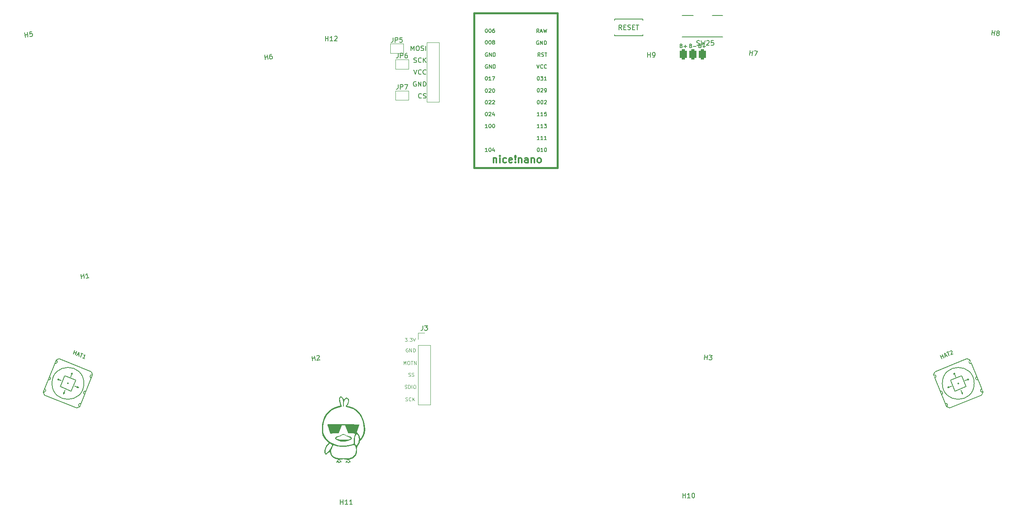
<source format=gbr>
%TF.GenerationSoftware,KiCad,Pcbnew,7.0.2*%
%TF.CreationDate,2024-07-27T16:15:34+02:00*%
%TF.ProjectId,Ghazal,4768617a-616c-42e6-9b69-6361645f7063,rev?*%
%TF.SameCoordinates,Original*%
%TF.FileFunction,Legend,Top*%
%TF.FilePolarity,Positive*%
%FSLAX46Y46*%
G04 Gerber Fmt 4.6, Leading zero omitted, Abs format (unit mm)*
G04 Created by KiCad (PCBNEW 7.0.2) date 2024-07-27 16:15:34*
%MOMM*%
%LPD*%
G01*
G04 APERTURE LIST*
G04 Aperture macros list*
%AMRoundRect*
0 Rectangle with rounded corners*
0 $1 Rounding radius*
0 $2 $3 $4 $5 $6 $7 $8 $9 X,Y pos of 4 corners*
0 Add a 4 corners polygon primitive as box body*
4,1,4,$2,$3,$4,$5,$6,$7,$8,$9,$2,$3,0*
0 Add four circle primitives for the rounded corners*
1,1,$1+$1,$2,$3*
1,1,$1+$1,$4,$5*
1,1,$1+$1,$6,$7*
1,1,$1+$1,$8,$9*
0 Add four rect primitives between the rounded corners*
20,1,$1+$1,$2,$3,$4,$5,0*
20,1,$1+$1,$4,$5,$6,$7,0*
20,1,$1+$1,$6,$7,$8,$9,0*
20,1,$1+$1,$8,$9,$2,$3,0*%
%AMHorizOval*
0 Thick line with rounded ends*
0 $1 width*
0 $2 $3 position (X,Y) of the first rounded end (center of the circle)*
0 $4 $5 position (X,Y) of the second rounded end (center of the circle)*
0 Add line between two ends*
20,1,$1,$2,$3,$4,$5,0*
0 Add two circle primitives to create the rounded ends*
1,1,$1,$2,$3*
1,1,$1,$4,$5*%
%AMFreePoly0*
4,1,6,1.000000,0.000000,0.500000,-0.750000,-0.500000,-0.750000,-0.500000,0.750000,0.500000,0.750000,1.000000,0.000000,1.000000,0.000000,$1*%
%AMFreePoly1*
4,1,6,0.500000,-0.750000,-0.650000,-0.750000,-0.150000,0.000000,-0.650000,0.750000,0.500000,0.750000,0.500000,-0.750000,0.500000,-0.750000,$1*%
G04 Aperture macros list end*
%ADD10C,0.100000*%
%ADD11C,0.150000*%
%ADD12C,0.152400*%
%ADD13C,0.300000*%
%ADD14C,0.160000*%
%ADD15C,0.381000*%
%ADD16C,0.120000*%
%ADD17C,1.752600*%
%ADD18C,2.000000*%
%ADD19RoundRect,0.375000X0.375000X0.750000X-0.375000X0.750000X-0.375000X-0.750000X0.375000X-0.750000X0*%
%ADD20HorizOval,1.701800X0.492404X-0.086824X-0.492404X0.086824X0*%
%ADD21C,3.000000*%
%ADD22C,3.987800*%
%ADD23HorizOval,1.701800X0.463592X0.187303X-0.463592X-0.187303X0*%
%ADD24C,4.500000*%
%ADD25C,1.800000*%
%ADD26C,1.600000*%
%ADD27HorizOval,1.701800X0.463592X-0.187303X-0.463592X0.187303X0*%
%ADD28O,2.701800X1.701800*%
%ADD29FreePoly0,0.000000*%
%ADD30FreePoly1,0.000000*%
%ADD31O,2.200000X3.500000*%
%ADD32R,1.500000X2.500000*%
%ADD33O,1.500000X2.500000*%
%ADD34HorizOval,1.701800X0.492404X0.086824X-0.492404X-0.086824X0*%
%ADD35HorizOval,1.701800X0.478152X-0.146186X-0.478152X0.146186X0*%
%ADD36HorizOval,1.701800X0.478152X0.146186X-0.478152X-0.146186X0*%
%ADD37R,1.700000X1.700000*%
%ADD38O,1.700000X1.700000*%
G04 APERTURE END LIST*
D10*
X127340856Y-101586964D02*
X127805142Y-101586964D01*
X127805142Y-101586964D02*
X127555142Y-101872678D01*
X127555142Y-101872678D02*
X127662285Y-101872678D01*
X127662285Y-101872678D02*
X127733714Y-101908392D01*
X127733714Y-101908392D02*
X127769428Y-101944107D01*
X127769428Y-101944107D02*
X127805142Y-102015535D01*
X127805142Y-102015535D02*
X127805142Y-102194107D01*
X127805142Y-102194107D02*
X127769428Y-102265535D01*
X127769428Y-102265535D02*
X127733714Y-102301250D01*
X127733714Y-102301250D02*
X127662285Y-102336964D01*
X127662285Y-102336964D02*
X127447999Y-102336964D01*
X127447999Y-102336964D02*
X127376571Y-102301250D01*
X127376571Y-102301250D02*
X127340856Y-102265535D01*
X128126571Y-102265535D02*
X128162285Y-102301250D01*
X128162285Y-102301250D02*
X128126571Y-102336964D01*
X128126571Y-102336964D02*
X128090857Y-102301250D01*
X128090857Y-102301250D02*
X128126571Y-102265535D01*
X128126571Y-102265535D02*
X128126571Y-102336964D01*
X128412285Y-101586964D02*
X128876571Y-101586964D01*
X128876571Y-101586964D02*
X128626571Y-101872678D01*
X128626571Y-101872678D02*
X128733714Y-101872678D01*
X128733714Y-101872678D02*
X128805143Y-101908392D01*
X128805143Y-101908392D02*
X128840857Y-101944107D01*
X128840857Y-101944107D02*
X128876571Y-102015535D01*
X128876571Y-102015535D02*
X128876571Y-102194107D01*
X128876571Y-102194107D02*
X128840857Y-102265535D01*
X128840857Y-102265535D02*
X128805143Y-102301250D01*
X128805143Y-102301250D02*
X128733714Y-102336964D01*
X128733714Y-102336964D02*
X128519428Y-102336964D01*
X128519428Y-102336964D02*
X128448000Y-102301250D01*
X128448000Y-102301250D02*
X128412285Y-102265535D01*
X129090857Y-101586964D02*
X129340857Y-102336964D01*
X129340857Y-102336964D02*
X129590857Y-101586964D01*
X127976571Y-103872678D02*
X127905143Y-103836964D01*
X127905143Y-103836964D02*
X127798000Y-103836964D01*
X127798000Y-103836964D02*
X127690857Y-103872678D01*
X127690857Y-103872678D02*
X127619428Y-103944107D01*
X127619428Y-103944107D02*
X127583714Y-104015535D01*
X127583714Y-104015535D02*
X127548000Y-104158392D01*
X127548000Y-104158392D02*
X127548000Y-104265535D01*
X127548000Y-104265535D02*
X127583714Y-104408392D01*
X127583714Y-104408392D02*
X127619428Y-104479821D01*
X127619428Y-104479821D02*
X127690857Y-104551250D01*
X127690857Y-104551250D02*
X127798000Y-104586964D01*
X127798000Y-104586964D02*
X127869428Y-104586964D01*
X127869428Y-104586964D02*
X127976571Y-104551250D01*
X127976571Y-104551250D02*
X128012285Y-104515535D01*
X128012285Y-104515535D02*
X128012285Y-104265535D01*
X128012285Y-104265535D02*
X127869428Y-104265535D01*
X128333714Y-104586964D02*
X128333714Y-103836964D01*
X128333714Y-103836964D02*
X128762285Y-104586964D01*
X128762285Y-104586964D02*
X128762285Y-103836964D01*
X129119428Y-104586964D02*
X129119428Y-103836964D01*
X129119428Y-103836964D02*
X129297999Y-103836964D01*
X129297999Y-103836964D02*
X129405142Y-103872678D01*
X129405142Y-103872678D02*
X129476571Y-103944107D01*
X129476571Y-103944107D02*
X129512285Y-104015535D01*
X129512285Y-104015535D02*
X129547999Y-104158392D01*
X129547999Y-104158392D02*
X129547999Y-104265535D01*
X129547999Y-104265535D02*
X129512285Y-104408392D01*
X129512285Y-104408392D02*
X129476571Y-104479821D01*
X129476571Y-104479821D02*
X129405142Y-104551250D01*
X129405142Y-104551250D02*
X129297999Y-104586964D01*
X129297999Y-104586964D02*
X129119428Y-104586964D01*
X127483714Y-115001250D02*
X127590857Y-115036964D01*
X127590857Y-115036964D02*
X127769428Y-115036964D01*
X127769428Y-115036964D02*
X127840857Y-115001250D01*
X127840857Y-115001250D02*
X127876571Y-114965535D01*
X127876571Y-114965535D02*
X127912285Y-114894107D01*
X127912285Y-114894107D02*
X127912285Y-114822678D01*
X127912285Y-114822678D02*
X127876571Y-114751250D01*
X127876571Y-114751250D02*
X127840857Y-114715535D01*
X127840857Y-114715535D02*
X127769428Y-114679821D01*
X127769428Y-114679821D02*
X127626571Y-114644107D01*
X127626571Y-114644107D02*
X127555142Y-114608392D01*
X127555142Y-114608392D02*
X127519428Y-114572678D01*
X127519428Y-114572678D02*
X127483714Y-114501250D01*
X127483714Y-114501250D02*
X127483714Y-114429821D01*
X127483714Y-114429821D02*
X127519428Y-114358392D01*
X127519428Y-114358392D02*
X127555142Y-114322678D01*
X127555142Y-114322678D02*
X127626571Y-114286964D01*
X127626571Y-114286964D02*
X127805142Y-114286964D01*
X127805142Y-114286964D02*
X127912285Y-114322678D01*
X128662285Y-114965535D02*
X128626571Y-115001250D01*
X128626571Y-115001250D02*
X128519428Y-115036964D01*
X128519428Y-115036964D02*
X128448000Y-115036964D01*
X128448000Y-115036964D02*
X128340857Y-115001250D01*
X128340857Y-115001250D02*
X128269428Y-114929821D01*
X128269428Y-114929821D02*
X128233714Y-114858392D01*
X128233714Y-114858392D02*
X128198000Y-114715535D01*
X128198000Y-114715535D02*
X128198000Y-114608392D01*
X128198000Y-114608392D02*
X128233714Y-114465535D01*
X128233714Y-114465535D02*
X128269428Y-114394107D01*
X128269428Y-114394107D02*
X128340857Y-114322678D01*
X128340857Y-114322678D02*
X128448000Y-114286964D01*
X128448000Y-114286964D02*
X128519428Y-114286964D01*
X128519428Y-114286964D02*
X128626571Y-114322678D01*
X128626571Y-114322678D02*
X128662285Y-114358392D01*
X128983714Y-115036964D02*
X128983714Y-114286964D01*
X129412285Y-115036964D02*
X129090857Y-114608392D01*
X129412285Y-114286964D02*
X128983714Y-114715535D01*
X127076571Y-107286964D02*
X127076571Y-106536964D01*
X127076571Y-106536964D02*
X127326571Y-107072678D01*
X127326571Y-107072678D02*
X127576571Y-106536964D01*
X127576571Y-106536964D02*
X127576571Y-107286964D01*
X128076571Y-106536964D02*
X128219428Y-106536964D01*
X128219428Y-106536964D02*
X128290857Y-106572678D01*
X128290857Y-106572678D02*
X128362285Y-106644107D01*
X128362285Y-106644107D02*
X128398000Y-106786964D01*
X128398000Y-106786964D02*
X128398000Y-107036964D01*
X128398000Y-107036964D02*
X128362285Y-107179821D01*
X128362285Y-107179821D02*
X128290857Y-107251250D01*
X128290857Y-107251250D02*
X128219428Y-107286964D01*
X128219428Y-107286964D02*
X128076571Y-107286964D01*
X128076571Y-107286964D02*
X128005143Y-107251250D01*
X128005143Y-107251250D02*
X127933714Y-107179821D01*
X127933714Y-107179821D02*
X127898000Y-107036964D01*
X127898000Y-107036964D02*
X127898000Y-106786964D01*
X127898000Y-106786964D02*
X127933714Y-106644107D01*
X127933714Y-106644107D02*
X128005143Y-106572678D01*
X128005143Y-106572678D02*
X128076571Y-106536964D01*
X128612285Y-106536964D02*
X129040857Y-106536964D01*
X128826571Y-107286964D02*
X128826571Y-106536964D01*
X129290857Y-107286964D02*
X129290857Y-106536964D01*
X129290857Y-106536964D02*
X129719428Y-107286964D01*
X129719428Y-107286964D02*
X129719428Y-106536964D01*
X128126571Y-109751250D02*
X128233714Y-109786964D01*
X128233714Y-109786964D02*
X128412285Y-109786964D01*
X128412285Y-109786964D02*
X128483714Y-109751250D01*
X128483714Y-109751250D02*
X128519428Y-109715535D01*
X128519428Y-109715535D02*
X128555142Y-109644107D01*
X128555142Y-109644107D02*
X128555142Y-109572678D01*
X128555142Y-109572678D02*
X128519428Y-109501250D01*
X128519428Y-109501250D02*
X128483714Y-109465535D01*
X128483714Y-109465535D02*
X128412285Y-109429821D01*
X128412285Y-109429821D02*
X128269428Y-109394107D01*
X128269428Y-109394107D02*
X128197999Y-109358392D01*
X128197999Y-109358392D02*
X128162285Y-109322678D01*
X128162285Y-109322678D02*
X128126571Y-109251250D01*
X128126571Y-109251250D02*
X128126571Y-109179821D01*
X128126571Y-109179821D02*
X128162285Y-109108392D01*
X128162285Y-109108392D02*
X128197999Y-109072678D01*
X128197999Y-109072678D02*
X128269428Y-109036964D01*
X128269428Y-109036964D02*
X128447999Y-109036964D01*
X128447999Y-109036964D02*
X128555142Y-109072678D01*
X128840857Y-109751250D02*
X128948000Y-109786964D01*
X128948000Y-109786964D02*
X129126571Y-109786964D01*
X129126571Y-109786964D02*
X129198000Y-109751250D01*
X129198000Y-109751250D02*
X129233714Y-109715535D01*
X129233714Y-109715535D02*
X129269428Y-109644107D01*
X129269428Y-109644107D02*
X129269428Y-109572678D01*
X129269428Y-109572678D02*
X129233714Y-109501250D01*
X129233714Y-109501250D02*
X129198000Y-109465535D01*
X129198000Y-109465535D02*
X129126571Y-109429821D01*
X129126571Y-109429821D02*
X128983714Y-109394107D01*
X128983714Y-109394107D02*
X128912285Y-109358392D01*
X128912285Y-109358392D02*
X128876571Y-109322678D01*
X128876571Y-109322678D02*
X128840857Y-109251250D01*
X128840857Y-109251250D02*
X128840857Y-109179821D01*
X128840857Y-109179821D02*
X128876571Y-109108392D01*
X128876571Y-109108392D02*
X128912285Y-109072678D01*
X128912285Y-109072678D02*
X128983714Y-109036964D01*
X128983714Y-109036964D02*
X129162285Y-109036964D01*
X129162285Y-109036964D02*
X129269428Y-109072678D01*
X127337286Y-112351250D02*
X127444429Y-112386964D01*
X127444429Y-112386964D02*
X127623000Y-112386964D01*
X127623000Y-112386964D02*
X127694429Y-112351250D01*
X127694429Y-112351250D02*
X127730143Y-112315535D01*
X127730143Y-112315535D02*
X127765857Y-112244107D01*
X127765857Y-112244107D02*
X127765857Y-112172678D01*
X127765857Y-112172678D02*
X127730143Y-112101250D01*
X127730143Y-112101250D02*
X127694429Y-112065535D01*
X127694429Y-112065535D02*
X127623000Y-112029821D01*
X127623000Y-112029821D02*
X127480143Y-111994107D01*
X127480143Y-111994107D02*
X127408714Y-111958392D01*
X127408714Y-111958392D02*
X127373000Y-111922678D01*
X127373000Y-111922678D02*
X127337286Y-111851250D01*
X127337286Y-111851250D02*
X127337286Y-111779821D01*
X127337286Y-111779821D02*
X127373000Y-111708392D01*
X127373000Y-111708392D02*
X127408714Y-111672678D01*
X127408714Y-111672678D02*
X127480143Y-111636964D01*
X127480143Y-111636964D02*
X127658714Y-111636964D01*
X127658714Y-111636964D02*
X127765857Y-111672678D01*
X128087286Y-112386964D02*
X128087286Y-111636964D01*
X128087286Y-111636964D02*
X128265857Y-111636964D01*
X128265857Y-111636964D02*
X128373000Y-111672678D01*
X128373000Y-111672678D02*
X128444429Y-111744107D01*
X128444429Y-111744107D02*
X128480143Y-111815535D01*
X128480143Y-111815535D02*
X128515857Y-111958392D01*
X128515857Y-111958392D02*
X128515857Y-112065535D01*
X128515857Y-112065535D02*
X128480143Y-112208392D01*
X128480143Y-112208392D02*
X128444429Y-112279821D01*
X128444429Y-112279821D02*
X128373000Y-112351250D01*
X128373000Y-112351250D02*
X128265857Y-112386964D01*
X128265857Y-112386964D02*
X128087286Y-112386964D01*
X128837286Y-112386964D02*
X128837286Y-111636964D01*
X129337286Y-111636964D02*
X129480143Y-111636964D01*
X129480143Y-111636964D02*
X129551572Y-111672678D01*
X129551572Y-111672678D02*
X129623000Y-111744107D01*
X129623000Y-111744107D02*
X129658715Y-111886964D01*
X129658715Y-111886964D02*
X129658715Y-112136964D01*
X129658715Y-112136964D02*
X129623000Y-112279821D01*
X129623000Y-112279821D02*
X129551572Y-112351250D01*
X129551572Y-112351250D02*
X129480143Y-112386964D01*
X129480143Y-112386964D02*
X129337286Y-112386964D01*
X129337286Y-112386964D02*
X129265858Y-112351250D01*
X129265858Y-112351250D02*
X129194429Y-112279821D01*
X129194429Y-112279821D02*
X129158715Y-112136964D01*
X129158715Y-112136964D02*
X129158715Y-111886964D01*
X129158715Y-111886964D02*
X129194429Y-111744107D01*
X129194429Y-111744107D02*
X129265858Y-111672678D01*
X129265858Y-111672678D02*
X129337286Y-111636964D01*
D11*
%TO.C,H11*%
X113609905Y-137102619D02*
X113609905Y-136102619D01*
X113609905Y-136578809D02*
X114181333Y-136578809D01*
X114181333Y-137102619D02*
X114181333Y-136102619D01*
X115181333Y-137102619D02*
X114609905Y-137102619D01*
X114895619Y-137102619D02*
X114895619Y-136102619D01*
X114895619Y-136102619D02*
X114800381Y-136245476D01*
X114800381Y-136245476D02*
X114705143Y-136340714D01*
X114705143Y-136340714D02*
X114609905Y-136388333D01*
X116133714Y-137102619D02*
X115562286Y-137102619D01*
X115848000Y-137102619D02*
X115848000Y-136102619D01*
X115848000Y-136102619D02*
X115752762Y-136245476D01*
X115752762Y-136245476D02*
X115657524Y-136340714D01*
X115657524Y-136340714D02*
X115562286Y-136388333D01*
%TO.C,H8*%
X252475377Y-36930169D02*
X252597246Y-35937623D01*
X252539213Y-36410264D02*
X253106382Y-36479904D01*
X253042546Y-36999809D02*
X253164415Y-36007263D01*
X253726619Y-36508083D02*
X253637894Y-36449212D01*
X253637894Y-36449212D02*
X253596433Y-36396145D01*
X253596433Y-36396145D02*
X253560776Y-36295813D01*
X253560776Y-36295813D02*
X253566579Y-36248549D01*
X253566579Y-36248549D02*
X253625450Y-36159824D01*
X253625450Y-36159824D02*
X253678517Y-36118363D01*
X253678517Y-36118363D02*
X253778849Y-36082706D01*
X253778849Y-36082706D02*
X253967905Y-36105919D01*
X253967905Y-36105919D02*
X254056630Y-36164790D01*
X254056630Y-36164790D02*
X254098091Y-36217857D01*
X254098091Y-36217857D02*
X254133748Y-36318189D01*
X254133748Y-36318189D02*
X254127945Y-36365453D01*
X254127945Y-36365453D02*
X254069074Y-36454178D01*
X254069074Y-36454178D02*
X254016007Y-36495638D01*
X254016007Y-36495638D02*
X253915675Y-36531296D01*
X253915675Y-36531296D02*
X253726619Y-36508083D01*
X253726619Y-36508083D02*
X253626287Y-36543740D01*
X253626287Y-36543740D02*
X253573220Y-36585201D01*
X253573220Y-36585201D02*
X253514349Y-36673926D01*
X253514349Y-36673926D02*
X253491136Y-36862982D01*
X253491136Y-36862982D02*
X253526794Y-36963314D01*
X253526794Y-36963314D02*
X253568254Y-37016381D01*
X253568254Y-37016381D02*
X253656979Y-37075252D01*
X253656979Y-37075252D02*
X253846036Y-37098465D01*
X253846036Y-37098465D02*
X253946367Y-37062808D01*
X253946367Y-37062808D02*
X253999435Y-37021347D01*
X253999435Y-37021347D02*
X254058305Y-36932622D01*
X254058305Y-36932622D02*
X254081519Y-36743566D01*
X254081519Y-36743566D02*
X254045861Y-36643234D01*
X254045861Y-36643234D02*
X254004400Y-36590167D01*
X254004400Y-36590167D02*
X253915675Y-36531296D01*
D12*
%TO.C,HAT1*%
X56646791Y-105037045D02*
X56951271Y-104283430D01*
X56806281Y-104642294D02*
X57236918Y-104816283D01*
X57077428Y-105211034D02*
X57381908Y-104457419D01*
X57487401Y-105126207D02*
X57846265Y-105271198D01*
X57328633Y-105312527D02*
X57884319Y-104660406D01*
X57884319Y-104660406D02*
X57831043Y-105515514D01*
X58279070Y-104819896D02*
X58709707Y-104993884D01*
X58189908Y-105660505D02*
X58494388Y-104906890D01*
X59051182Y-106008482D02*
X58620545Y-105834494D01*
X58835863Y-105921488D02*
X59140344Y-105167873D01*
X59140344Y-105167873D02*
X59025074Y-105246534D01*
X59025074Y-105246534D02*
X58924303Y-105289309D01*
X58924303Y-105289309D02*
X58838031Y-105296197D01*
D11*
%TO.C,U1*%
X155868143Y-38218190D02*
X155791953Y-38180095D01*
X155791953Y-38180095D02*
X155677667Y-38180095D01*
X155677667Y-38180095D02*
X155563381Y-38218190D01*
X155563381Y-38218190D02*
X155487191Y-38294380D01*
X155487191Y-38294380D02*
X155449096Y-38370571D01*
X155449096Y-38370571D02*
X155411000Y-38522952D01*
X155411000Y-38522952D02*
X155411000Y-38637238D01*
X155411000Y-38637238D02*
X155449096Y-38789619D01*
X155449096Y-38789619D02*
X155487191Y-38865809D01*
X155487191Y-38865809D02*
X155563381Y-38942000D01*
X155563381Y-38942000D02*
X155677667Y-38980095D01*
X155677667Y-38980095D02*
X155753858Y-38980095D01*
X155753858Y-38980095D02*
X155868143Y-38942000D01*
X155868143Y-38942000D02*
X155906239Y-38903904D01*
X155906239Y-38903904D02*
X155906239Y-38637238D01*
X155906239Y-38637238D02*
X155753858Y-38637238D01*
X156249096Y-38980095D02*
X156249096Y-38180095D01*
X156249096Y-38180095D02*
X156706239Y-38980095D01*
X156706239Y-38980095D02*
X156706239Y-38180095D01*
X157087191Y-38980095D02*
X157087191Y-38180095D01*
X157087191Y-38180095D02*
X157277667Y-38180095D01*
X157277667Y-38180095D02*
X157391953Y-38218190D01*
X157391953Y-38218190D02*
X157468143Y-38294380D01*
X157468143Y-38294380D02*
X157506238Y-38370571D01*
X157506238Y-38370571D02*
X157544334Y-38522952D01*
X157544334Y-38522952D02*
X157544334Y-38637238D01*
X157544334Y-38637238D02*
X157506238Y-38789619D01*
X157506238Y-38789619D02*
X157468143Y-38865809D01*
X157468143Y-38865809D02*
X157391953Y-38942000D01*
X157391953Y-38942000D02*
X157277667Y-38980095D01*
X157277667Y-38980095D02*
X157087191Y-38980095D01*
X156026857Y-56760095D02*
X155569714Y-56760095D01*
X155798286Y-56760095D02*
X155798286Y-55960095D01*
X155798286Y-55960095D02*
X155722095Y-56074380D01*
X155722095Y-56074380D02*
X155645905Y-56150571D01*
X155645905Y-56150571D02*
X155569714Y-56188666D01*
X156788762Y-56760095D02*
X156331619Y-56760095D01*
X156560191Y-56760095D02*
X156560191Y-55960095D01*
X156560191Y-55960095D02*
X156484000Y-56074380D01*
X156484000Y-56074380D02*
X156407810Y-56150571D01*
X156407810Y-56150571D02*
X156331619Y-56188666D01*
X157055429Y-55960095D02*
X157550667Y-55960095D01*
X157550667Y-55960095D02*
X157284001Y-56264857D01*
X157284001Y-56264857D02*
X157398286Y-56264857D01*
X157398286Y-56264857D02*
X157474477Y-56302952D01*
X157474477Y-56302952D02*
X157512572Y-56341047D01*
X157512572Y-56341047D02*
X157550667Y-56417238D01*
X157550667Y-56417238D02*
X157550667Y-56607714D01*
X157550667Y-56607714D02*
X157512572Y-56683904D01*
X157512572Y-56683904D02*
X157474477Y-56722000D01*
X157474477Y-56722000D02*
X157398286Y-56760095D01*
X157398286Y-56760095D02*
X157169715Y-56760095D01*
X157169715Y-56760095D02*
X157093524Y-56722000D01*
X157093524Y-56722000D02*
X157055429Y-56683904D01*
X155944334Y-36440095D02*
X155677667Y-36059142D01*
X155487191Y-36440095D02*
X155487191Y-35640095D01*
X155487191Y-35640095D02*
X155791953Y-35640095D01*
X155791953Y-35640095D02*
X155868143Y-35678190D01*
X155868143Y-35678190D02*
X155906238Y-35716285D01*
X155906238Y-35716285D02*
X155944334Y-35792476D01*
X155944334Y-35792476D02*
X155944334Y-35906761D01*
X155944334Y-35906761D02*
X155906238Y-35982952D01*
X155906238Y-35982952D02*
X155868143Y-36021047D01*
X155868143Y-36021047D02*
X155791953Y-36059142D01*
X155791953Y-36059142D02*
X155487191Y-36059142D01*
X156249095Y-36211523D02*
X156630048Y-36211523D01*
X156172905Y-36440095D02*
X156439572Y-35640095D01*
X156439572Y-35640095D02*
X156706238Y-36440095D01*
X156896714Y-35640095D02*
X157087190Y-36440095D01*
X157087190Y-36440095D02*
X157239571Y-35868666D01*
X157239571Y-35868666D02*
X157391952Y-36440095D01*
X157391952Y-36440095D02*
X157582429Y-35640095D01*
X144685810Y-48410095D02*
X144762000Y-48410095D01*
X144762000Y-48410095D02*
X144838191Y-48448190D01*
X144838191Y-48448190D02*
X144876286Y-48486285D01*
X144876286Y-48486285D02*
X144914381Y-48562476D01*
X144914381Y-48562476D02*
X144952476Y-48714857D01*
X144952476Y-48714857D02*
X144952476Y-48905333D01*
X144952476Y-48905333D02*
X144914381Y-49057714D01*
X144914381Y-49057714D02*
X144876286Y-49133904D01*
X144876286Y-49133904D02*
X144838191Y-49172000D01*
X144838191Y-49172000D02*
X144762000Y-49210095D01*
X144762000Y-49210095D02*
X144685810Y-49210095D01*
X144685810Y-49210095D02*
X144609619Y-49172000D01*
X144609619Y-49172000D02*
X144571524Y-49133904D01*
X144571524Y-49133904D02*
X144533429Y-49057714D01*
X144533429Y-49057714D02*
X144495333Y-48905333D01*
X144495333Y-48905333D02*
X144495333Y-48714857D01*
X144495333Y-48714857D02*
X144533429Y-48562476D01*
X144533429Y-48562476D02*
X144571524Y-48486285D01*
X144571524Y-48486285D02*
X144609619Y-48448190D01*
X144609619Y-48448190D02*
X144685810Y-48410095D01*
X145257238Y-48486285D02*
X145295334Y-48448190D01*
X145295334Y-48448190D02*
X145371524Y-48410095D01*
X145371524Y-48410095D02*
X145562000Y-48410095D01*
X145562000Y-48410095D02*
X145638191Y-48448190D01*
X145638191Y-48448190D02*
X145676286Y-48486285D01*
X145676286Y-48486285D02*
X145714381Y-48562476D01*
X145714381Y-48562476D02*
X145714381Y-48638666D01*
X145714381Y-48638666D02*
X145676286Y-48752952D01*
X145676286Y-48752952D02*
X145219143Y-49210095D01*
X145219143Y-49210095D02*
X145714381Y-49210095D01*
X146209620Y-48410095D02*
X146285810Y-48410095D01*
X146285810Y-48410095D02*
X146362001Y-48448190D01*
X146362001Y-48448190D02*
X146400096Y-48486285D01*
X146400096Y-48486285D02*
X146438191Y-48562476D01*
X146438191Y-48562476D02*
X146476286Y-48714857D01*
X146476286Y-48714857D02*
X146476286Y-48905333D01*
X146476286Y-48905333D02*
X146438191Y-49057714D01*
X146438191Y-49057714D02*
X146400096Y-49133904D01*
X146400096Y-49133904D02*
X146362001Y-49172000D01*
X146362001Y-49172000D02*
X146285810Y-49210095D01*
X146285810Y-49210095D02*
X146209620Y-49210095D01*
X146209620Y-49210095D02*
X146133429Y-49172000D01*
X146133429Y-49172000D02*
X146095334Y-49133904D01*
X146095334Y-49133904D02*
X146057239Y-49057714D01*
X146057239Y-49057714D02*
X146019143Y-48905333D01*
X146019143Y-48905333D02*
X146019143Y-48714857D01*
X146019143Y-48714857D02*
X146057239Y-48562476D01*
X146057239Y-48562476D02*
X146095334Y-48486285D01*
X146095334Y-48486285D02*
X146133429Y-48448190D01*
X146133429Y-48448190D02*
X146209620Y-48410095D01*
X144952476Y-61840095D02*
X144495333Y-61840095D01*
X144723905Y-61840095D02*
X144723905Y-61040095D01*
X144723905Y-61040095D02*
X144647714Y-61154380D01*
X144647714Y-61154380D02*
X144571524Y-61230571D01*
X144571524Y-61230571D02*
X144495333Y-61268666D01*
X145447715Y-61040095D02*
X145523905Y-61040095D01*
X145523905Y-61040095D02*
X145600096Y-61078190D01*
X145600096Y-61078190D02*
X145638191Y-61116285D01*
X145638191Y-61116285D02*
X145676286Y-61192476D01*
X145676286Y-61192476D02*
X145714381Y-61344857D01*
X145714381Y-61344857D02*
X145714381Y-61535333D01*
X145714381Y-61535333D02*
X145676286Y-61687714D01*
X145676286Y-61687714D02*
X145638191Y-61763904D01*
X145638191Y-61763904D02*
X145600096Y-61802000D01*
X145600096Y-61802000D02*
X145523905Y-61840095D01*
X145523905Y-61840095D02*
X145447715Y-61840095D01*
X145447715Y-61840095D02*
X145371524Y-61802000D01*
X145371524Y-61802000D02*
X145333429Y-61763904D01*
X145333429Y-61763904D02*
X145295334Y-61687714D01*
X145295334Y-61687714D02*
X145257238Y-61535333D01*
X145257238Y-61535333D02*
X145257238Y-61344857D01*
X145257238Y-61344857D02*
X145295334Y-61192476D01*
X145295334Y-61192476D02*
X145333429Y-61116285D01*
X145333429Y-61116285D02*
X145371524Y-61078190D01*
X145371524Y-61078190D02*
X145447715Y-61040095D01*
X146400096Y-61306761D02*
X146400096Y-61840095D01*
X146209620Y-61002000D02*
X146019143Y-61573428D01*
X146019143Y-61573428D02*
X146514382Y-61573428D01*
X156172905Y-41520095D02*
X155906238Y-41139142D01*
X155715762Y-41520095D02*
X155715762Y-40720095D01*
X155715762Y-40720095D02*
X156020524Y-40720095D01*
X156020524Y-40720095D02*
X156096714Y-40758190D01*
X156096714Y-40758190D02*
X156134809Y-40796285D01*
X156134809Y-40796285D02*
X156172905Y-40872476D01*
X156172905Y-40872476D02*
X156172905Y-40986761D01*
X156172905Y-40986761D02*
X156134809Y-41062952D01*
X156134809Y-41062952D02*
X156096714Y-41101047D01*
X156096714Y-41101047D02*
X156020524Y-41139142D01*
X156020524Y-41139142D02*
X155715762Y-41139142D01*
X156477666Y-41482000D02*
X156591952Y-41520095D01*
X156591952Y-41520095D02*
X156782428Y-41520095D01*
X156782428Y-41520095D02*
X156858619Y-41482000D01*
X156858619Y-41482000D02*
X156896714Y-41443904D01*
X156896714Y-41443904D02*
X156934809Y-41367714D01*
X156934809Y-41367714D02*
X156934809Y-41291523D01*
X156934809Y-41291523D02*
X156896714Y-41215333D01*
X156896714Y-41215333D02*
X156858619Y-41177238D01*
X156858619Y-41177238D02*
X156782428Y-41139142D01*
X156782428Y-41139142D02*
X156630047Y-41101047D01*
X156630047Y-41101047D02*
X156553857Y-41062952D01*
X156553857Y-41062952D02*
X156515762Y-41024857D01*
X156515762Y-41024857D02*
X156477666Y-40948666D01*
X156477666Y-40948666D02*
X156477666Y-40872476D01*
X156477666Y-40872476D02*
X156515762Y-40796285D01*
X156515762Y-40796285D02*
X156553857Y-40758190D01*
X156553857Y-40758190D02*
X156630047Y-40720095D01*
X156630047Y-40720095D02*
X156820524Y-40720095D01*
X156820524Y-40720095D02*
X156934809Y-40758190D01*
X157163381Y-40720095D02*
X157620524Y-40720095D01*
X157391952Y-41520095D02*
X157391952Y-40720095D01*
X144685810Y-50910095D02*
X144762000Y-50910095D01*
X144762000Y-50910095D02*
X144838191Y-50948190D01*
X144838191Y-50948190D02*
X144876286Y-50986285D01*
X144876286Y-50986285D02*
X144914381Y-51062476D01*
X144914381Y-51062476D02*
X144952476Y-51214857D01*
X144952476Y-51214857D02*
X144952476Y-51405333D01*
X144952476Y-51405333D02*
X144914381Y-51557714D01*
X144914381Y-51557714D02*
X144876286Y-51633904D01*
X144876286Y-51633904D02*
X144838191Y-51672000D01*
X144838191Y-51672000D02*
X144762000Y-51710095D01*
X144762000Y-51710095D02*
X144685810Y-51710095D01*
X144685810Y-51710095D02*
X144609619Y-51672000D01*
X144609619Y-51672000D02*
X144571524Y-51633904D01*
X144571524Y-51633904D02*
X144533429Y-51557714D01*
X144533429Y-51557714D02*
X144495333Y-51405333D01*
X144495333Y-51405333D02*
X144495333Y-51214857D01*
X144495333Y-51214857D02*
X144533429Y-51062476D01*
X144533429Y-51062476D02*
X144571524Y-50986285D01*
X144571524Y-50986285D02*
X144609619Y-50948190D01*
X144609619Y-50948190D02*
X144685810Y-50910095D01*
X145257238Y-50986285D02*
X145295334Y-50948190D01*
X145295334Y-50948190D02*
X145371524Y-50910095D01*
X145371524Y-50910095D02*
X145562000Y-50910095D01*
X145562000Y-50910095D02*
X145638191Y-50948190D01*
X145638191Y-50948190D02*
X145676286Y-50986285D01*
X145676286Y-50986285D02*
X145714381Y-51062476D01*
X145714381Y-51062476D02*
X145714381Y-51138666D01*
X145714381Y-51138666D02*
X145676286Y-51252952D01*
X145676286Y-51252952D02*
X145219143Y-51710095D01*
X145219143Y-51710095D02*
X145714381Y-51710095D01*
X146019143Y-50986285D02*
X146057239Y-50948190D01*
X146057239Y-50948190D02*
X146133429Y-50910095D01*
X146133429Y-50910095D02*
X146323905Y-50910095D01*
X146323905Y-50910095D02*
X146400096Y-50948190D01*
X146400096Y-50948190D02*
X146438191Y-50986285D01*
X146438191Y-50986285D02*
X146476286Y-51062476D01*
X146476286Y-51062476D02*
X146476286Y-51138666D01*
X146476286Y-51138666D02*
X146438191Y-51252952D01*
X146438191Y-51252952D02*
X145981048Y-51710095D01*
X145981048Y-51710095D02*
X146476286Y-51710095D01*
D13*
X146241285Y-63195928D02*
X146241285Y-64195928D01*
X146241285Y-63338785D02*
X146312714Y-63267357D01*
X146312714Y-63267357D02*
X146455571Y-63195928D01*
X146455571Y-63195928D02*
X146669857Y-63195928D01*
X146669857Y-63195928D02*
X146812714Y-63267357D01*
X146812714Y-63267357D02*
X146884143Y-63410214D01*
X146884143Y-63410214D02*
X146884143Y-64195928D01*
X147598428Y-64195928D02*
X147598428Y-63195928D01*
X147598428Y-62695928D02*
X147527000Y-62767357D01*
X147527000Y-62767357D02*
X147598428Y-62838785D01*
X147598428Y-62838785D02*
X147669857Y-62767357D01*
X147669857Y-62767357D02*
X147598428Y-62695928D01*
X147598428Y-62695928D02*
X147598428Y-62838785D01*
X148955572Y-64124500D02*
X148812714Y-64195928D01*
X148812714Y-64195928D02*
X148527000Y-64195928D01*
X148527000Y-64195928D02*
X148384143Y-64124500D01*
X148384143Y-64124500D02*
X148312714Y-64053071D01*
X148312714Y-64053071D02*
X148241286Y-63910214D01*
X148241286Y-63910214D02*
X148241286Y-63481642D01*
X148241286Y-63481642D02*
X148312714Y-63338785D01*
X148312714Y-63338785D02*
X148384143Y-63267357D01*
X148384143Y-63267357D02*
X148527000Y-63195928D01*
X148527000Y-63195928D02*
X148812714Y-63195928D01*
X148812714Y-63195928D02*
X148955572Y-63267357D01*
X150169857Y-64124500D02*
X150027000Y-64195928D01*
X150027000Y-64195928D02*
X149741286Y-64195928D01*
X149741286Y-64195928D02*
X149598428Y-64124500D01*
X149598428Y-64124500D02*
X149527000Y-63981642D01*
X149527000Y-63981642D02*
X149527000Y-63410214D01*
X149527000Y-63410214D02*
X149598428Y-63267357D01*
X149598428Y-63267357D02*
X149741286Y-63195928D01*
X149741286Y-63195928D02*
X150027000Y-63195928D01*
X150027000Y-63195928D02*
X150169857Y-63267357D01*
X150169857Y-63267357D02*
X150241286Y-63410214D01*
X150241286Y-63410214D02*
X150241286Y-63553071D01*
X150241286Y-63553071D02*
X149527000Y-63695928D01*
X150884142Y-64053071D02*
X150955571Y-64124500D01*
X150955571Y-64124500D02*
X150884142Y-64195928D01*
X150884142Y-64195928D02*
X150812714Y-64124500D01*
X150812714Y-64124500D02*
X150884142Y-64053071D01*
X150884142Y-64053071D02*
X150884142Y-64195928D01*
X150884142Y-63624500D02*
X150812714Y-62767357D01*
X150812714Y-62767357D02*
X150884142Y-62695928D01*
X150884142Y-62695928D02*
X150955571Y-62767357D01*
X150955571Y-62767357D02*
X150884142Y-63624500D01*
X150884142Y-63624500D02*
X150884142Y-62695928D01*
X151598428Y-63195928D02*
X151598428Y-64195928D01*
X151598428Y-63338785D02*
X151669857Y-63267357D01*
X151669857Y-63267357D02*
X151812714Y-63195928D01*
X151812714Y-63195928D02*
X152027000Y-63195928D01*
X152027000Y-63195928D02*
X152169857Y-63267357D01*
X152169857Y-63267357D02*
X152241286Y-63410214D01*
X152241286Y-63410214D02*
X152241286Y-64195928D01*
X153598429Y-64195928D02*
X153598429Y-63410214D01*
X153598429Y-63410214D02*
X153527000Y-63267357D01*
X153527000Y-63267357D02*
X153384143Y-63195928D01*
X153384143Y-63195928D02*
X153098429Y-63195928D01*
X153098429Y-63195928D02*
X152955571Y-63267357D01*
X153598429Y-64124500D02*
X153455571Y-64195928D01*
X153455571Y-64195928D02*
X153098429Y-64195928D01*
X153098429Y-64195928D02*
X152955571Y-64124500D01*
X152955571Y-64124500D02*
X152884143Y-63981642D01*
X152884143Y-63981642D02*
X152884143Y-63838785D01*
X152884143Y-63838785D02*
X152955571Y-63695928D01*
X152955571Y-63695928D02*
X153098429Y-63624500D01*
X153098429Y-63624500D02*
X153455571Y-63624500D01*
X153455571Y-63624500D02*
X153598429Y-63553071D01*
X154312714Y-63195928D02*
X154312714Y-64195928D01*
X154312714Y-63338785D02*
X154384143Y-63267357D01*
X154384143Y-63267357D02*
X154527000Y-63195928D01*
X154527000Y-63195928D02*
X154741286Y-63195928D01*
X154741286Y-63195928D02*
X154884143Y-63267357D01*
X154884143Y-63267357D02*
X154955572Y-63410214D01*
X154955572Y-63410214D02*
X154955572Y-64195928D01*
X155884143Y-64195928D02*
X155741286Y-64124500D01*
X155741286Y-64124500D02*
X155669857Y-64053071D01*
X155669857Y-64053071D02*
X155598429Y-63910214D01*
X155598429Y-63910214D02*
X155598429Y-63481642D01*
X155598429Y-63481642D02*
X155669857Y-63338785D01*
X155669857Y-63338785D02*
X155741286Y-63267357D01*
X155741286Y-63267357D02*
X155884143Y-63195928D01*
X155884143Y-63195928D02*
X156098429Y-63195928D01*
X156098429Y-63195928D02*
X156241286Y-63267357D01*
X156241286Y-63267357D02*
X156312715Y-63338785D01*
X156312715Y-63338785D02*
X156384143Y-63481642D01*
X156384143Y-63481642D02*
X156384143Y-63910214D01*
X156384143Y-63910214D02*
X156312715Y-64053071D01*
X156312715Y-64053071D02*
X156241286Y-64124500D01*
X156241286Y-64124500D02*
X156098429Y-64195928D01*
X156098429Y-64195928D02*
X155884143Y-64195928D01*
D11*
X144685810Y-45810095D02*
X144762000Y-45810095D01*
X144762000Y-45810095D02*
X144838191Y-45848190D01*
X144838191Y-45848190D02*
X144876286Y-45886285D01*
X144876286Y-45886285D02*
X144914381Y-45962476D01*
X144914381Y-45962476D02*
X144952476Y-46114857D01*
X144952476Y-46114857D02*
X144952476Y-46305333D01*
X144952476Y-46305333D02*
X144914381Y-46457714D01*
X144914381Y-46457714D02*
X144876286Y-46533904D01*
X144876286Y-46533904D02*
X144838191Y-46572000D01*
X144838191Y-46572000D02*
X144762000Y-46610095D01*
X144762000Y-46610095D02*
X144685810Y-46610095D01*
X144685810Y-46610095D02*
X144609619Y-46572000D01*
X144609619Y-46572000D02*
X144571524Y-46533904D01*
X144571524Y-46533904D02*
X144533429Y-46457714D01*
X144533429Y-46457714D02*
X144495333Y-46305333D01*
X144495333Y-46305333D02*
X144495333Y-46114857D01*
X144495333Y-46114857D02*
X144533429Y-45962476D01*
X144533429Y-45962476D02*
X144571524Y-45886285D01*
X144571524Y-45886285D02*
X144609619Y-45848190D01*
X144609619Y-45848190D02*
X144685810Y-45810095D01*
X145714381Y-46610095D02*
X145257238Y-46610095D01*
X145485810Y-46610095D02*
X145485810Y-45810095D01*
X145485810Y-45810095D02*
X145409619Y-45924380D01*
X145409619Y-45924380D02*
X145333429Y-46000571D01*
X145333429Y-46000571D02*
X145257238Y-46038666D01*
X145981048Y-45810095D02*
X146514382Y-45810095D01*
X146514382Y-45810095D02*
X146171524Y-46610095D01*
X144952476Y-56760095D02*
X144495333Y-56760095D01*
X144723905Y-56760095D02*
X144723905Y-55960095D01*
X144723905Y-55960095D02*
X144647714Y-56074380D01*
X144647714Y-56074380D02*
X144571524Y-56150571D01*
X144571524Y-56150571D02*
X144495333Y-56188666D01*
X145447715Y-55960095D02*
X145523905Y-55960095D01*
X145523905Y-55960095D02*
X145600096Y-55998190D01*
X145600096Y-55998190D02*
X145638191Y-56036285D01*
X145638191Y-56036285D02*
X145676286Y-56112476D01*
X145676286Y-56112476D02*
X145714381Y-56264857D01*
X145714381Y-56264857D02*
X145714381Y-56455333D01*
X145714381Y-56455333D02*
X145676286Y-56607714D01*
X145676286Y-56607714D02*
X145638191Y-56683904D01*
X145638191Y-56683904D02*
X145600096Y-56722000D01*
X145600096Y-56722000D02*
X145523905Y-56760095D01*
X145523905Y-56760095D02*
X145447715Y-56760095D01*
X145447715Y-56760095D02*
X145371524Y-56722000D01*
X145371524Y-56722000D02*
X145333429Y-56683904D01*
X145333429Y-56683904D02*
X145295334Y-56607714D01*
X145295334Y-56607714D02*
X145257238Y-56455333D01*
X145257238Y-56455333D02*
X145257238Y-56264857D01*
X145257238Y-56264857D02*
X145295334Y-56112476D01*
X145295334Y-56112476D02*
X145333429Y-56036285D01*
X145333429Y-56036285D02*
X145371524Y-55998190D01*
X145371524Y-55998190D02*
X145447715Y-55960095D01*
X146209620Y-55960095D02*
X146285810Y-55960095D01*
X146285810Y-55960095D02*
X146362001Y-55998190D01*
X146362001Y-55998190D02*
X146400096Y-56036285D01*
X146400096Y-56036285D02*
X146438191Y-56112476D01*
X146438191Y-56112476D02*
X146476286Y-56264857D01*
X146476286Y-56264857D02*
X146476286Y-56455333D01*
X146476286Y-56455333D02*
X146438191Y-56607714D01*
X146438191Y-56607714D02*
X146400096Y-56683904D01*
X146400096Y-56683904D02*
X146362001Y-56722000D01*
X146362001Y-56722000D02*
X146285810Y-56760095D01*
X146285810Y-56760095D02*
X146209620Y-56760095D01*
X146209620Y-56760095D02*
X146133429Y-56722000D01*
X146133429Y-56722000D02*
X146095334Y-56683904D01*
X146095334Y-56683904D02*
X146057239Y-56607714D01*
X146057239Y-56607714D02*
X146019143Y-56455333D01*
X146019143Y-56455333D02*
X146019143Y-56264857D01*
X146019143Y-56264857D02*
X146057239Y-56112476D01*
X146057239Y-56112476D02*
X146095334Y-56036285D01*
X146095334Y-56036285D02*
X146133429Y-55998190D01*
X146133429Y-55998190D02*
X146209620Y-55960095D01*
X155493524Y-43260095D02*
X155760191Y-44060095D01*
X155760191Y-44060095D02*
X156026857Y-43260095D01*
X156750667Y-43983904D02*
X156712571Y-44022000D01*
X156712571Y-44022000D02*
X156598286Y-44060095D01*
X156598286Y-44060095D02*
X156522095Y-44060095D01*
X156522095Y-44060095D02*
X156407809Y-44022000D01*
X156407809Y-44022000D02*
X156331619Y-43945809D01*
X156331619Y-43945809D02*
X156293524Y-43869619D01*
X156293524Y-43869619D02*
X156255428Y-43717238D01*
X156255428Y-43717238D02*
X156255428Y-43602952D01*
X156255428Y-43602952D02*
X156293524Y-43450571D01*
X156293524Y-43450571D02*
X156331619Y-43374380D01*
X156331619Y-43374380D02*
X156407809Y-43298190D01*
X156407809Y-43298190D02*
X156522095Y-43260095D01*
X156522095Y-43260095D02*
X156598286Y-43260095D01*
X156598286Y-43260095D02*
X156712571Y-43298190D01*
X156712571Y-43298190D02*
X156750667Y-43336285D01*
X157550667Y-43983904D02*
X157512571Y-44022000D01*
X157512571Y-44022000D02*
X157398286Y-44060095D01*
X157398286Y-44060095D02*
X157322095Y-44060095D01*
X157322095Y-44060095D02*
X157207809Y-44022000D01*
X157207809Y-44022000D02*
X157131619Y-43945809D01*
X157131619Y-43945809D02*
X157093524Y-43869619D01*
X157093524Y-43869619D02*
X157055428Y-43717238D01*
X157055428Y-43717238D02*
X157055428Y-43602952D01*
X157055428Y-43602952D02*
X157093524Y-43450571D01*
X157093524Y-43450571D02*
X157131619Y-43374380D01*
X157131619Y-43374380D02*
X157207809Y-43298190D01*
X157207809Y-43298190D02*
X157322095Y-43260095D01*
X157322095Y-43260095D02*
X157398286Y-43260095D01*
X157398286Y-43260095D02*
X157512571Y-43298190D01*
X157512571Y-43298190D02*
X157550667Y-43336285D01*
X155760191Y-50880095D02*
X155836381Y-50880095D01*
X155836381Y-50880095D02*
X155912572Y-50918190D01*
X155912572Y-50918190D02*
X155950667Y-50956285D01*
X155950667Y-50956285D02*
X155988762Y-51032476D01*
X155988762Y-51032476D02*
X156026857Y-51184857D01*
X156026857Y-51184857D02*
X156026857Y-51375333D01*
X156026857Y-51375333D02*
X155988762Y-51527714D01*
X155988762Y-51527714D02*
X155950667Y-51603904D01*
X155950667Y-51603904D02*
X155912572Y-51642000D01*
X155912572Y-51642000D02*
X155836381Y-51680095D01*
X155836381Y-51680095D02*
X155760191Y-51680095D01*
X155760191Y-51680095D02*
X155684000Y-51642000D01*
X155684000Y-51642000D02*
X155645905Y-51603904D01*
X155645905Y-51603904D02*
X155607810Y-51527714D01*
X155607810Y-51527714D02*
X155569714Y-51375333D01*
X155569714Y-51375333D02*
X155569714Y-51184857D01*
X155569714Y-51184857D02*
X155607810Y-51032476D01*
X155607810Y-51032476D02*
X155645905Y-50956285D01*
X155645905Y-50956285D02*
X155684000Y-50918190D01*
X155684000Y-50918190D02*
X155760191Y-50880095D01*
X156522096Y-50880095D02*
X156598286Y-50880095D01*
X156598286Y-50880095D02*
X156674477Y-50918190D01*
X156674477Y-50918190D02*
X156712572Y-50956285D01*
X156712572Y-50956285D02*
X156750667Y-51032476D01*
X156750667Y-51032476D02*
X156788762Y-51184857D01*
X156788762Y-51184857D02*
X156788762Y-51375333D01*
X156788762Y-51375333D02*
X156750667Y-51527714D01*
X156750667Y-51527714D02*
X156712572Y-51603904D01*
X156712572Y-51603904D02*
X156674477Y-51642000D01*
X156674477Y-51642000D02*
X156598286Y-51680095D01*
X156598286Y-51680095D02*
X156522096Y-51680095D01*
X156522096Y-51680095D02*
X156445905Y-51642000D01*
X156445905Y-51642000D02*
X156407810Y-51603904D01*
X156407810Y-51603904D02*
X156369715Y-51527714D01*
X156369715Y-51527714D02*
X156331619Y-51375333D01*
X156331619Y-51375333D02*
X156331619Y-51184857D01*
X156331619Y-51184857D02*
X156369715Y-51032476D01*
X156369715Y-51032476D02*
X156407810Y-50956285D01*
X156407810Y-50956285D02*
X156445905Y-50918190D01*
X156445905Y-50918190D02*
X156522096Y-50880095D01*
X157093524Y-50956285D02*
X157131620Y-50918190D01*
X157131620Y-50918190D02*
X157207810Y-50880095D01*
X157207810Y-50880095D02*
X157398286Y-50880095D01*
X157398286Y-50880095D02*
X157474477Y-50918190D01*
X157474477Y-50918190D02*
X157512572Y-50956285D01*
X157512572Y-50956285D02*
X157550667Y-51032476D01*
X157550667Y-51032476D02*
X157550667Y-51108666D01*
X157550667Y-51108666D02*
X157512572Y-51222952D01*
X157512572Y-51222952D02*
X157055429Y-51680095D01*
X157055429Y-51680095D02*
X157550667Y-51680095D01*
X144685810Y-38110095D02*
X144762000Y-38110095D01*
X144762000Y-38110095D02*
X144838191Y-38148190D01*
X144838191Y-38148190D02*
X144876286Y-38186285D01*
X144876286Y-38186285D02*
X144914381Y-38262476D01*
X144914381Y-38262476D02*
X144952476Y-38414857D01*
X144952476Y-38414857D02*
X144952476Y-38605333D01*
X144952476Y-38605333D02*
X144914381Y-38757714D01*
X144914381Y-38757714D02*
X144876286Y-38833904D01*
X144876286Y-38833904D02*
X144838191Y-38872000D01*
X144838191Y-38872000D02*
X144762000Y-38910095D01*
X144762000Y-38910095D02*
X144685810Y-38910095D01*
X144685810Y-38910095D02*
X144609619Y-38872000D01*
X144609619Y-38872000D02*
X144571524Y-38833904D01*
X144571524Y-38833904D02*
X144533429Y-38757714D01*
X144533429Y-38757714D02*
X144495333Y-38605333D01*
X144495333Y-38605333D02*
X144495333Y-38414857D01*
X144495333Y-38414857D02*
X144533429Y-38262476D01*
X144533429Y-38262476D02*
X144571524Y-38186285D01*
X144571524Y-38186285D02*
X144609619Y-38148190D01*
X144609619Y-38148190D02*
X144685810Y-38110095D01*
X145447715Y-38110095D02*
X145523905Y-38110095D01*
X145523905Y-38110095D02*
X145600096Y-38148190D01*
X145600096Y-38148190D02*
X145638191Y-38186285D01*
X145638191Y-38186285D02*
X145676286Y-38262476D01*
X145676286Y-38262476D02*
X145714381Y-38414857D01*
X145714381Y-38414857D02*
X145714381Y-38605333D01*
X145714381Y-38605333D02*
X145676286Y-38757714D01*
X145676286Y-38757714D02*
X145638191Y-38833904D01*
X145638191Y-38833904D02*
X145600096Y-38872000D01*
X145600096Y-38872000D02*
X145523905Y-38910095D01*
X145523905Y-38910095D02*
X145447715Y-38910095D01*
X145447715Y-38910095D02*
X145371524Y-38872000D01*
X145371524Y-38872000D02*
X145333429Y-38833904D01*
X145333429Y-38833904D02*
X145295334Y-38757714D01*
X145295334Y-38757714D02*
X145257238Y-38605333D01*
X145257238Y-38605333D02*
X145257238Y-38414857D01*
X145257238Y-38414857D02*
X145295334Y-38262476D01*
X145295334Y-38262476D02*
X145333429Y-38186285D01*
X145333429Y-38186285D02*
X145371524Y-38148190D01*
X145371524Y-38148190D02*
X145447715Y-38110095D01*
X146171524Y-38452952D02*
X146095334Y-38414857D01*
X146095334Y-38414857D02*
X146057239Y-38376761D01*
X146057239Y-38376761D02*
X146019143Y-38300571D01*
X146019143Y-38300571D02*
X146019143Y-38262476D01*
X146019143Y-38262476D02*
X146057239Y-38186285D01*
X146057239Y-38186285D02*
X146095334Y-38148190D01*
X146095334Y-38148190D02*
X146171524Y-38110095D01*
X146171524Y-38110095D02*
X146323905Y-38110095D01*
X146323905Y-38110095D02*
X146400096Y-38148190D01*
X146400096Y-38148190D02*
X146438191Y-38186285D01*
X146438191Y-38186285D02*
X146476286Y-38262476D01*
X146476286Y-38262476D02*
X146476286Y-38300571D01*
X146476286Y-38300571D02*
X146438191Y-38376761D01*
X146438191Y-38376761D02*
X146400096Y-38414857D01*
X146400096Y-38414857D02*
X146323905Y-38452952D01*
X146323905Y-38452952D02*
X146171524Y-38452952D01*
X146171524Y-38452952D02*
X146095334Y-38491047D01*
X146095334Y-38491047D02*
X146057239Y-38529142D01*
X146057239Y-38529142D02*
X146019143Y-38605333D01*
X146019143Y-38605333D02*
X146019143Y-38757714D01*
X146019143Y-38757714D02*
X146057239Y-38833904D01*
X146057239Y-38833904D02*
X146095334Y-38872000D01*
X146095334Y-38872000D02*
X146171524Y-38910095D01*
X146171524Y-38910095D02*
X146323905Y-38910095D01*
X146323905Y-38910095D02*
X146400096Y-38872000D01*
X146400096Y-38872000D02*
X146438191Y-38833904D01*
X146438191Y-38833904D02*
X146476286Y-38757714D01*
X146476286Y-38757714D02*
X146476286Y-38605333D01*
X146476286Y-38605333D02*
X146438191Y-38529142D01*
X146438191Y-38529142D02*
X146400096Y-38491047D01*
X146400096Y-38491047D02*
X146323905Y-38452952D01*
X156026857Y-54220095D02*
X155569714Y-54220095D01*
X155798286Y-54220095D02*
X155798286Y-53420095D01*
X155798286Y-53420095D02*
X155722095Y-53534380D01*
X155722095Y-53534380D02*
X155645905Y-53610571D01*
X155645905Y-53610571D02*
X155569714Y-53648666D01*
X156788762Y-54220095D02*
X156331619Y-54220095D01*
X156560191Y-54220095D02*
X156560191Y-53420095D01*
X156560191Y-53420095D02*
X156484000Y-53534380D01*
X156484000Y-53534380D02*
X156407810Y-53610571D01*
X156407810Y-53610571D02*
X156331619Y-53648666D01*
X157512572Y-53420095D02*
X157131620Y-53420095D01*
X157131620Y-53420095D02*
X157093524Y-53801047D01*
X157093524Y-53801047D02*
X157131620Y-53762952D01*
X157131620Y-53762952D02*
X157207810Y-53724857D01*
X157207810Y-53724857D02*
X157398286Y-53724857D01*
X157398286Y-53724857D02*
X157474477Y-53762952D01*
X157474477Y-53762952D02*
X157512572Y-53801047D01*
X157512572Y-53801047D02*
X157550667Y-53877238D01*
X157550667Y-53877238D02*
X157550667Y-54067714D01*
X157550667Y-54067714D02*
X157512572Y-54143904D01*
X157512572Y-54143904D02*
X157474477Y-54182000D01*
X157474477Y-54182000D02*
X157398286Y-54220095D01*
X157398286Y-54220095D02*
X157207810Y-54220095D01*
X157207810Y-54220095D02*
X157131620Y-54182000D01*
X157131620Y-54182000D02*
X157093524Y-54143904D01*
X155760191Y-48340095D02*
X155836381Y-48340095D01*
X155836381Y-48340095D02*
X155912572Y-48378190D01*
X155912572Y-48378190D02*
X155950667Y-48416285D01*
X155950667Y-48416285D02*
X155988762Y-48492476D01*
X155988762Y-48492476D02*
X156026857Y-48644857D01*
X156026857Y-48644857D02*
X156026857Y-48835333D01*
X156026857Y-48835333D02*
X155988762Y-48987714D01*
X155988762Y-48987714D02*
X155950667Y-49063904D01*
X155950667Y-49063904D02*
X155912572Y-49102000D01*
X155912572Y-49102000D02*
X155836381Y-49140095D01*
X155836381Y-49140095D02*
X155760191Y-49140095D01*
X155760191Y-49140095D02*
X155684000Y-49102000D01*
X155684000Y-49102000D02*
X155645905Y-49063904D01*
X155645905Y-49063904D02*
X155607810Y-48987714D01*
X155607810Y-48987714D02*
X155569714Y-48835333D01*
X155569714Y-48835333D02*
X155569714Y-48644857D01*
X155569714Y-48644857D02*
X155607810Y-48492476D01*
X155607810Y-48492476D02*
X155645905Y-48416285D01*
X155645905Y-48416285D02*
X155684000Y-48378190D01*
X155684000Y-48378190D02*
X155760191Y-48340095D01*
X156331619Y-48416285D02*
X156369715Y-48378190D01*
X156369715Y-48378190D02*
X156445905Y-48340095D01*
X156445905Y-48340095D02*
X156636381Y-48340095D01*
X156636381Y-48340095D02*
X156712572Y-48378190D01*
X156712572Y-48378190D02*
X156750667Y-48416285D01*
X156750667Y-48416285D02*
X156788762Y-48492476D01*
X156788762Y-48492476D02*
X156788762Y-48568666D01*
X156788762Y-48568666D02*
X156750667Y-48682952D01*
X156750667Y-48682952D02*
X156293524Y-49140095D01*
X156293524Y-49140095D02*
X156788762Y-49140095D01*
X157169715Y-49140095D02*
X157322096Y-49140095D01*
X157322096Y-49140095D02*
X157398286Y-49102000D01*
X157398286Y-49102000D02*
X157436382Y-49063904D01*
X157436382Y-49063904D02*
X157512572Y-48949619D01*
X157512572Y-48949619D02*
X157550667Y-48797238D01*
X157550667Y-48797238D02*
X157550667Y-48492476D01*
X157550667Y-48492476D02*
X157512572Y-48416285D01*
X157512572Y-48416285D02*
X157474477Y-48378190D01*
X157474477Y-48378190D02*
X157398286Y-48340095D01*
X157398286Y-48340095D02*
X157245905Y-48340095D01*
X157245905Y-48340095D02*
X157169715Y-48378190D01*
X157169715Y-48378190D02*
X157131620Y-48416285D01*
X157131620Y-48416285D02*
X157093524Y-48492476D01*
X157093524Y-48492476D02*
X157093524Y-48682952D01*
X157093524Y-48682952D02*
X157131620Y-48759142D01*
X157131620Y-48759142D02*
X157169715Y-48797238D01*
X157169715Y-48797238D02*
X157245905Y-48835333D01*
X157245905Y-48835333D02*
X157398286Y-48835333D01*
X157398286Y-48835333D02*
X157474477Y-48797238D01*
X157474477Y-48797238D02*
X157512572Y-48759142D01*
X157512572Y-48759142D02*
X157550667Y-48682952D01*
X144685810Y-53420095D02*
X144762000Y-53420095D01*
X144762000Y-53420095D02*
X144838191Y-53458190D01*
X144838191Y-53458190D02*
X144876286Y-53496285D01*
X144876286Y-53496285D02*
X144914381Y-53572476D01*
X144914381Y-53572476D02*
X144952476Y-53724857D01*
X144952476Y-53724857D02*
X144952476Y-53915333D01*
X144952476Y-53915333D02*
X144914381Y-54067714D01*
X144914381Y-54067714D02*
X144876286Y-54143904D01*
X144876286Y-54143904D02*
X144838191Y-54182000D01*
X144838191Y-54182000D02*
X144762000Y-54220095D01*
X144762000Y-54220095D02*
X144685810Y-54220095D01*
X144685810Y-54220095D02*
X144609619Y-54182000D01*
X144609619Y-54182000D02*
X144571524Y-54143904D01*
X144571524Y-54143904D02*
X144533429Y-54067714D01*
X144533429Y-54067714D02*
X144495333Y-53915333D01*
X144495333Y-53915333D02*
X144495333Y-53724857D01*
X144495333Y-53724857D02*
X144533429Y-53572476D01*
X144533429Y-53572476D02*
X144571524Y-53496285D01*
X144571524Y-53496285D02*
X144609619Y-53458190D01*
X144609619Y-53458190D02*
X144685810Y-53420095D01*
X145257238Y-53496285D02*
X145295334Y-53458190D01*
X145295334Y-53458190D02*
X145371524Y-53420095D01*
X145371524Y-53420095D02*
X145562000Y-53420095D01*
X145562000Y-53420095D02*
X145638191Y-53458190D01*
X145638191Y-53458190D02*
X145676286Y-53496285D01*
X145676286Y-53496285D02*
X145714381Y-53572476D01*
X145714381Y-53572476D02*
X145714381Y-53648666D01*
X145714381Y-53648666D02*
X145676286Y-53762952D01*
X145676286Y-53762952D02*
X145219143Y-54220095D01*
X145219143Y-54220095D02*
X145714381Y-54220095D01*
X146400096Y-53686761D02*
X146400096Y-54220095D01*
X146209620Y-53382000D02*
X146019143Y-53953428D01*
X146019143Y-53953428D02*
X146514382Y-53953428D01*
X144952476Y-40758190D02*
X144876286Y-40720095D01*
X144876286Y-40720095D02*
X144762000Y-40720095D01*
X144762000Y-40720095D02*
X144647714Y-40758190D01*
X144647714Y-40758190D02*
X144571524Y-40834380D01*
X144571524Y-40834380D02*
X144533429Y-40910571D01*
X144533429Y-40910571D02*
X144495333Y-41062952D01*
X144495333Y-41062952D02*
X144495333Y-41177238D01*
X144495333Y-41177238D02*
X144533429Y-41329619D01*
X144533429Y-41329619D02*
X144571524Y-41405809D01*
X144571524Y-41405809D02*
X144647714Y-41482000D01*
X144647714Y-41482000D02*
X144762000Y-41520095D01*
X144762000Y-41520095D02*
X144838191Y-41520095D01*
X144838191Y-41520095D02*
X144952476Y-41482000D01*
X144952476Y-41482000D02*
X144990572Y-41443904D01*
X144990572Y-41443904D02*
X144990572Y-41177238D01*
X144990572Y-41177238D02*
X144838191Y-41177238D01*
X145333429Y-41520095D02*
X145333429Y-40720095D01*
X145333429Y-40720095D02*
X145790572Y-41520095D01*
X145790572Y-41520095D02*
X145790572Y-40720095D01*
X146171524Y-41520095D02*
X146171524Y-40720095D01*
X146171524Y-40720095D02*
X146362000Y-40720095D01*
X146362000Y-40720095D02*
X146476286Y-40758190D01*
X146476286Y-40758190D02*
X146552476Y-40834380D01*
X146552476Y-40834380D02*
X146590571Y-40910571D01*
X146590571Y-40910571D02*
X146628667Y-41062952D01*
X146628667Y-41062952D02*
X146628667Y-41177238D01*
X146628667Y-41177238D02*
X146590571Y-41329619D01*
X146590571Y-41329619D02*
X146552476Y-41405809D01*
X146552476Y-41405809D02*
X146476286Y-41482000D01*
X146476286Y-41482000D02*
X146362000Y-41520095D01*
X146362000Y-41520095D02*
X146171524Y-41520095D01*
X155760191Y-45800095D02*
X155836381Y-45800095D01*
X155836381Y-45800095D02*
X155912572Y-45838190D01*
X155912572Y-45838190D02*
X155950667Y-45876285D01*
X155950667Y-45876285D02*
X155988762Y-45952476D01*
X155988762Y-45952476D02*
X156026857Y-46104857D01*
X156026857Y-46104857D02*
X156026857Y-46295333D01*
X156026857Y-46295333D02*
X155988762Y-46447714D01*
X155988762Y-46447714D02*
X155950667Y-46523904D01*
X155950667Y-46523904D02*
X155912572Y-46562000D01*
X155912572Y-46562000D02*
X155836381Y-46600095D01*
X155836381Y-46600095D02*
X155760191Y-46600095D01*
X155760191Y-46600095D02*
X155684000Y-46562000D01*
X155684000Y-46562000D02*
X155645905Y-46523904D01*
X155645905Y-46523904D02*
X155607810Y-46447714D01*
X155607810Y-46447714D02*
X155569714Y-46295333D01*
X155569714Y-46295333D02*
X155569714Y-46104857D01*
X155569714Y-46104857D02*
X155607810Y-45952476D01*
X155607810Y-45952476D02*
X155645905Y-45876285D01*
X155645905Y-45876285D02*
X155684000Y-45838190D01*
X155684000Y-45838190D02*
X155760191Y-45800095D01*
X156293524Y-45800095D02*
X156788762Y-45800095D01*
X156788762Y-45800095D02*
X156522096Y-46104857D01*
X156522096Y-46104857D02*
X156636381Y-46104857D01*
X156636381Y-46104857D02*
X156712572Y-46142952D01*
X156712572Y-46142952D02*
X156750667Y-46181047D01*
X156750667Y-46181047D02*
X156788762Y-46257238D01*
X156788762Y-46257238D02*
X156788762Y-46447714D01*
X156788762Y-46447714D02*
X156750667Y-46523904D01*
X156750667Y-46523904D02*
X156712572Y-46562000D01*
X156712572Y-46562000D02*
X156636381Y-46600095D01*
X156636381Y-46600095D02*
X156407810Y-46600095D01*
X156407810Y-46600095D02*
X156331619Y-46562000D01*
X156331619Y-46562000D02*
X156293524Y-46523904D01*
X157550667Y-46600095D02*
X157093524Y-46600095D01*
X157322096Y-46600095D02*
X157322096Y-45800095D01*
X157322096Y-45800095D02*
X157245905Y-45914380D01*
X157245905Y-45914380D02*
X157169715Y-45990571D01*
X157169715Y-45990571D02*
X157093524Y-46028666D01*
X144685810Y-35640095D02*
X144762000Y-35640095D01*
X144762000Y-35640095D02*
X144838191Y-35678190D01*
X144838191Y-35678190D02*
X144876286Y-35716285D01*
X144876286Y-35716285D02*
X144914381Y-35792476D01*
X144914381Y-35792476D02*
X144952476Y-35944857D01*
X144952476Y-35944857D02*
X144952476Y-36135333D01*
X144952476Y-36135333D02*
X144914381Y-36287714D01*
X144914381Y-36287714D02*
X144876286Y-36363904D01*
X144876286Y-36363904D02*
X144838191Y-36402000D01*
X144838191Y-36402000D02*
X144762000Y-36440095D01*
X144762000Y-36440095D02*
X144685810Y-36440095D01*
X144685810Y-36440095D02*
X144609619Y-36402000D01*
X144609619Y-36402000D02*
X144571524Y-36363904D01*
X144571524Y-36363904D02*
X144533429Y-36287714D01*
X144533429Y-36287714D02*
X144495333Y-36135333D01*
X144495333Y-36135333D02*
X144495333Y-35944857D01*
X144495333Y-35944857D02*
X144533429Y-35792476D01*
X144533429Y-35792476D02*
X144571524Y-35716285D01*
X144571524Y-35716285D02*
X144609619Y-35678190D01*
X144609619Y-35678190D02*
X144685810Y-35640095D01*
X145447715Y-35640095D02*
X145523905Y-35640095D01*
X145523905Y-35640095D02*
X145600096Y-35678190D01*
X145600096Y-35678190D02*
X145638191Y-35716285D01*
X145638191Y-35716285D02*
X145676286Y-35792476D01*
X145676286Y-35792476D02*
X145714381Y-35944857D01*
X145714381Y-35944857D02*
X145714381Y-36135333D01*
X145714381Y-36135333D02*
X145676286Y-36287714D01*
X145676286Y-36287714D02*
X145638191Y-36363904D01*
X145638191Y-36363904D02*
X145600096Y-36402000D01*
X145600096Y-36402000D02*
X145523905Y-36440095D01*
X145523905Y-36440095D02*
X145447715Y-36440095D01*
X145447715Y-36440095D02*
X145371524Y-36402000D01*
X145371524Y-36402000D02*
X145333429Y-36363904D01*
X145333429Y-36363904D02*
X145295334Y-36287714D01*
X145295334Y-36287714D02*
X145257238Y-36135333D01*
X145257238Y-36135333D02*
X145257238Y-35944857D01*
X145257238Y-35944857D02*
X145295334Y-35792476D01*
X145295334Y-35792476D02*
X145333429Y-35716285D01*
X145333429Y-35716285D02*
X145371524Y-35678190D01*
X145371524Y-35678190D02*
X145447715Y-35640095D01*
X146400096Y-35640095D02*
X146247715Y-35640095D01*
X146247715Y-35640095D02*
X146171524Y-35678190D01*
X146171524Y-35678190D02*
X146133429Y-35716285D01*
X146133429Y-35716285D02*
X146057239Y-35830571D01*
X146057239Y-35830571D02*
X146019143Y-35982952D01*
X146019143Y-35982952D02*
X146019143Y-36287714D01*
X146019143Y-36287714D02*
X146057239Y-36363904D01*
X146057239Y-36363904D02*
X146095334Y-36402000D01*
X146095334Y-36402000D02*
X146171524Y-36440095D01*
X146171524Y-36440095D02*
X146323905Y-36440095D01*
X146323905Y-36440095D02*
X146400096Y-36402000D01*
X146400096Y-36402000D02*
X146438191Y-36363904D01*
X146438191Y-36363904D02*
X146476286Y-36287714D01*
X146476286Y-36287714D02*
X146476286Y-36097238D01*
X146476286Y-36097238D02*
X146438191Y-36021047D01*
X146438191Y-36021047D02*
X146400096Y-35982952D01*
X146400096Y-35982952D02*
X146323905Y-35944857D01*
X146323905Y-35944857D02*
X146171524Y-35944857D01*
X146171524Y-35944857D02*
X146095334Y-35982952D01*
X146095334Y-35982952D02*
X146057239Y-36021047D01*
X146057239Y-36021047D02*
X146019143Y-36097238D01*
X155760191Y-61040095D02*
X155836381Y-61040095D01*
X155836381Y-61040095D02*
X155912572Y-61078190D01*
X155912572Y-61078190D02*
X155950667Y-61116285D01*
X155950667Y-61116285D02*
X155988762Y-61192476D01*
X155988762Y-61192476D02*
X156026857Y-61344857D01*
X156026857Y-61344857D02*
X156026857Y-61535333D01*
X156026857Y-61535333D02*
X155988762Y-61687714D01*
X155988762Y-61687714D02*
X155950667Y-61763904D01*
X155950667Y-61763904D02*
X155912572Y-61802000D01*
X155912572Y-61802000D02*
X155836381Y-61840095D01*
X155836381Y-61840095D02*
X155760191Y-61840095D01*
X155760191Y-61840095D02*
X155684000Y-61802000D01*
X155684000Y-61802000D02*
X155645905Y-61763904D01*
X155645905Y-61763904D02*
X155607810Y-61687714D01*
X155607810Y-61687714D02*
X155569714Y-61535333D01*
X155569714Y-61535333D02*
X155569714Y-61344857D01*
X155569714Y-61344857D02*
X155607810Y-61192476D01*
X155607810Y-61192476D02*
X155645905Y-61116285D01*
X155645905Y-61116285D02*
X155684000Y-61078190D01*
X155684000Y-61078190D02*
X155760191Y-61040095D01*
X156788762Y-61840095D02*
X156331619Y-61840095D01*
X156560191Y-61840095D02*
X156560191Y-61040095D01*
X156560191Y-61040095D02*
X156484000Y-61154380D01*
X156484000Y-61154380D02*
X156407810Y-61230571D01*
X156407810Y-61230571D02*
X156331619Y-61268666D01*
X157284001Y-61040095D02*
X157360191Y-61040095D01*
X157360191Y-61040095D02*
X157436382Y-61078190D01*
X157436382Y-61078190D02*
X157474477Y-61116285D01*
X157474477Y-61116285D02*
X157512572Y-61192476D01*
X157512572Y-61192476D02*
X157550667Y-61344857D01*
X157550667Y-61344857D02*
X157550667Y-61535333D01*
X157550667Y-61535333D02*
X157512572Y-61687714D01*
X157512572Y-61687714D02*
X157474477Y-61763904D01*
X157474477Y-61763904D02*
X157436382Y-61802000D01*
X157436382Y-61802000D02*
X157360191Y-61840095D01*
X157360191Y-61840095D02*
X157284001Y-61840095D01*
X157284001Y-61840095D02*
X157207810Y-61802000D01*
X157207810Y-61802000D02*
X157169715Y-61763904D01*
X157169715Y-61763904D02*
X157131620Y-61687714D01*
X157131620Y-61687714D02*
X157093524Y-61535333D01*
X157093524Y-61535333D02*
X157093524Y-61344857D01*
X157093524Y-61344857D02*
X157131620Y-61192476D01*
X157131620Y-61192476D02*
X157169715Y-61116285D01*
X157169715Y-61116285D02*
X157207810Y-61078190D01*
X157207810Y-61078190D02*
X157284001Y-61040095D01*
X144952476Y-43298190D02*
X144876286Y-43260095D01*
X144876286Y-43260095D02*
X144762000Y-43260095D01*
X144762000Y-43260095D02*
X144647714Y-43298190D01*
X144647714Y-43298190D02*
X144571524Y-43374380D01*
X144571524Y-43374380D02*
X144533429Y-43450571D01*
X144533429Y-43450571D02*
X144495333Y-43602952D01*
X144495333Y-43602952D02*
X144495333Y-43717238D01*
X144495333Y-43717238D02*
X144533429Y-43869619D01*
X144533429Y-43869619D02*
X144571524Y-43945809D01*
X144571524Y-43945809D02*
X144647714Y-44022000D01*
X144647714Y-44022000D02*
X144762000Y-44060095D01*
X144762000Y-44060095D02*
X144838191Y-44060095D01*
X144838191Y-44060095D02*
X144952476Y-44022000D01*
X144952476Y-44022000D02*
X144990572Y-43983904D01*
X144990572Y-43983904D02*
X144990572Y-43717238D01*
X144990572Y-43717238D02*
X144838191Y-43717238D01*
X145333429Y-44060095D02*
X145333429Y-43260095D01*
X145333429Y-43260095D02*
X145790572Y-44060095D01*
X145790572Y-44060095D02*
X145790572Y-43260095D01*
X146171524Y-44060095D02*
X146171524Y-43260095D01*
X146171524Y-43260095D02*
X146362000Y-43260095D01*
X146362000Y-43260095D02*
X146476286Y-43298190D01*
X146476286Y-43298190D02*
X146552476Y-43374380D01*
X146552476Y-43374380D02*
X146590571Y-43450571D01*
X146590571Y-43450571D02*
X146628667Y-43602952D01*
X146628667Y-43602952D02*
X146628667Y-43717238D01*
X146628667Y-43717238D02*
X146590571Y-43869619D01*
X146590571Y-43869619D02*
X146552476Y-43945809D01*
X146552476Y-43945809D02*
X146476286Y-44022000D01*
X146476286Y-44022000D02*
X146362000Y-44060095D01*
X146362000Y-44060095D02*
X146171524Y-44060095D01*
X156026857Y-59300095D02*
X155569714Y-59300095D01*
X155798286Y-59300095D02*
X155798286Y-58500095D01*
X155798286Y-58500095D02*
X155722095Y-58614380D01*
X155722095Y-58614380D02*
X155645905Y-58690571D01*
X155645905Y-58690571D02*
X155569714Y-58728666D01*
X156788762Y-59300095D02*
X156331619Y-59300095D01*
X156560191Y-59300095D02*
X156560191Y-58500095D01*
X156560191Y-58500095D02*
X156484000Y-58614380D01*
X156484000Y-58614380D02*
X156407810Y-58690571D01*
X156407810Y-58690571D02*
X156331619Y-58728666D01*
X157550667Y-59300095D02*
X157093524Y-59300095D01*
X157322096Y-59300095D02*
X157322096Y-58500095D01*
X157322096Y-58500095D02*
X157245905Y-58614380D01*
X157245905Y-58614380D02*
X157169715Y-58690571D01*
X157169715Y-58690571D02*
X157093524Y-58728666D01*
%TO.C,H3*%
X191209942Y-106176147D02*
X191297098Y-105179952D01*
X191255595Y-105654330D02*
X191824849Y-105704134D01*
X191779196Y-106225950D02*
X191866352Y-105229755D01*
X192245855Y-105262958D02*
X192862547Y-105316911D01*
X192862547Y-105316911D02*
X192497280Y-105667362D01*
X192497280Y-105667362D02*
X192639593Y-105679813D01*
X192639593Y-105679813D02*
X192730318Y-105735551D01*
X192730318Y-105735551D02*
X192773606Y-105787139D01*
X192773606Y-105787139D02*
X192812743Y-105886165D01*
X192812743Y-105886165D02*
X192791992Y-106123354D01*
X192791992Y-106123354D02*
X192736254Y-106214080D01*
X192736254Y-106214080D02*
X192684665Y-106257367D01*
X192684665Y-106257367D02*
X192585640Y-106296505D01*
X192585640Y-106296505D02*
X192301012Y-106271603D01*
X192301012Y-106271603D02*
X192210287Y-106215865D01*
X192210287Y-106215865D02*
X192166999Y-106164277D01*
%TO.C,H6*%
X97554134Y-42197255D02*
X97449606Y-41202733D01*
X97499381Y-41676315D02*
X98067680Y-41616584D01*
X98122433Y-42137524D02*
X98017904Y-41143003D01*
X98917710Y-41048429D02*
X98728277Y-41068339D01*
X98728277Y-41068339D02*
X98638538Y-41125653D01*
X98638538Y-41125653D02*
X98596157Y-41177988D01*
X98596157Y-41177988D02*
X98516374Y-41330018D01*
X98516374Y-41330018D02*
X98488926Y-41524428D01*
X98488926Y-41524428D02*
X98528746Y-41903294D01*
X98528746Y-41903294D02*
X98586059Y-41993033D01*
X98586059Y-41993033D02*
X98638395Y-42035413D01*
X98638395Y-42035413D02*
X98738089Y-42072816D01*
X98738089Y-42072816D02*
X98927522Y-42052906D01*
X98927522Y-42052906D02*
X99017261Y-41995593D01*
X99017261Y-41995593D02*
X99059641Y-41943257D01*
X99059641Y-41943257D02*
X99097044Y-41843563D01*
X99097044Y-41843563D02*
X99072157Y-41606772D01*
X99072157Y-41606772D02*
X99014843Y-41517034D01*
X99014843Y-41517034D02*
X98962508Y-41474653D01*
X98962508Y-41474653D02*
X98862814Y-41437250D01*
X98862814Y-41437250D02*
X98673381Y-41457160D01*
X98673381Y-41457160D02*
X98583642Y-41514473D01*
X98583642Y-41514473D02*
X98541261Y-41566809D01*
X98541261Y-41566809D02*
X98503858Y-41666503D01*
%TO.C,JP5*%
X124814666Y-37502619D02*
X124814666Y-38216904D01*
X124814666Y-38216904D02*
X124767047Y-38359761D01*
X124767047Y-38359761D02*
X124671809Y-38455000D01*
X124671809Y-38455000D02*
X124528952Y-38502619D01*
X124528952Y-38502619D02*
X124433714Y-38502619D01*
X125290857Y-38502619D02*
X125290857Y-37502619D01*
X125290857Y-37502619D02*
X125671809Y-37502619D01*
X125671809Y-37502619D02*
X125767047Y-37550238D01*
X125767047Y-37550238D02*
X125814666Y-37597857D01*
X125814666Y-37597857D02*
X125862285Y-37693095D01*
X125862285Y-37693095D02*
X125862285Y-37835952D01*
X125862285Y-37835952D02*
X125814666Y-37931190D01*
X125814666Y-37931190D02*
X125767047Y-37978809D01*
X125767047Y-37978809D02*
X125671809Y-38026428D01*
X125671809Y-38026428D02*
X125290857Y-38026428D01*
X126767047Y-37502619D02*
X126290857Y-37502619D01*
X126290857Y-37502619D02*
X126243238Y-37978809D01*
X126243238Y-37978809D02*
X126290857Y-37931190D01*
X126290857Y-37931190D02*
X126386095Y-37883571D01*
X126386095Y-37883571D02*
X126624190Y-37883571D01*
X126624190Y-37883571D02*
X126719428Y-37931190D01*
X126719428Y-37931190D02*
X126767047Y-37978809D01*
X126767047Y-37978809D02*
X126814666Y-38074047D01*
X126814666Y-38074047D02*
X126814666Y-38312142D01*
X126814666Y-38312142D02*
X126767047Y-38407380D01*
X126767047Y-38407380D02*
X126719428Y-38455000D01*
X126719428Y-38455000D02*
X126624190Y-38502619D01*
X126624190Y-38502619D02*
X126386095Y-38502619D01*
X126386095Y-38502619D02*
X126290857Y-38455000D01*
X126290857Y-38455000D02*
X126243238Y-38407380D01*
%TO.C,SW25*%
X189588476Y-39105000D02*
X189731333Y-39152619D01*
X189731333Y-39152619D02*
X189969428Y-39152619D01*
X189969428Y-39152619D02*
X190064666Y-39105000D01*
X190064666Y-39105000D02*
X190112285Y-39057380D01*
X190112285Y-39057380D02*
X190159904Y-38962142D01*
X190159904Y-38962142D02*
X190159904Y-38866904D01*
X190159904Y-38866904D02*
X190112285Y-38771666D01*
X190112285Y-38771666D02*
X190064666Y-38724047D01*
X190064666Y-38724047D02*
X189969428Y-38676428D01*
X189969428Y-38676428D02*
X189778952Y-38628809D01*
X189778952Y-38628809D02*
X189683714Y-38581190D01*
X189683714Y-38581190D02*
X189636095Y-38533571D01*
X189636095Y-38533571D02*
X189588476Y-38438333D01*
X189588476Y-38438333D02*
X189588476Y-38343095D01*
X189588476Y-38343095D02*
X189636095Y-38247857D01*
X189636095Y-38247857D02*
X189683714Y-38200238D01*
X189683714Y-38200238D02*
X189778952Y-38152619D01*
X189778952Y-38152619D02*
X190017047Y-38152619D01*
X190017047Y-38152619D02*
X190159904Y-38200238D01*
X190493238Y-38152619D02*
X190731333Y-39152619D01*
X190731333Y-39152619D02*
X190921809Y-38438333D01*
X190921809Y-38438333D02*
X191112285Y-39152619D01*
X191112285Y-39152619D02*
X191350381Y-38152619D01*
X191683714Y-38247857D02*
X191731333Y-38200238D01*
X191731333Y-38200238D02*
X191826571Y-38152619D01*
X191826571Y-38152619D02*
X192064666Y-38152619D01*
X192064666Y-38152619D02*
X192159904Y-38200238D01*
X192159904Y-38200238D02*
X192207523Y-38247857D01*
X192207523Y-38247857D02*
X192255142Y-38343095D01*
X192255142Y-38343095D02*
X192255142Y-38438333D01*
X192255142Y-38438333D02*
X192207523Y-38581190D01*
X192207523Y-38581190D02*
X191636095Y-39152619D01*
X191636095Y-39152619D02*
X192255142Y-39152619D01*
X193159904Y-38152619D02*
X192683714Y-38152619D01*
X192683714Y-38152619D02*
X192636095Y-38628809D01*
X192636095Y-38628809D02*
X192683714Y-38581190D01*
X192683714Y-38581190D02*
X192778952Y-38533571D01*
X192778952Y-38533571D02*
X193017047Y-38533571D01*
X193017047Y-38533571D02*
X193112285Y-38581190D01*
X193112285Y-38581190D02*
X193159904Y-38628809D01*
X193159904Y-38628809D02*
X193207523Y-38724047D01*
X193207523Y-38724047D02*
X193207523Y-38962142D01*
X193207523Y-38962142D02*
X193159904Y-39057380D01*
X193159904Y-39057380D02*
X193112285Y-39105000D01*
X193112285Y-39105000D02*
X193017047Y-39152619D01*
X193017047Y-39152619D02*
X192778952Y-39152619D01*
X192778952Y-39152619D02*
X192683714Y-39105000D01*
X192683714Y-39105000D02*
X192636095Y-39057380D01*
%TO.C,H12*%
X110409905Y-38202619D02*
X110409905Y-37202619D01*
X110409905Y-37678809D02*
X110981333Y-37678809D01*
X110981333Y-38202619D02*
X110981333Y-37202619D01*
X111981333Y-38202619D02*
X111409905Y-38202619D01*
X111695619Y-38202619D02*
X111695619Y-37202619D01*
X111695619Y-37202619D02*
X111600381Y-37345476D01*
X111600381Y-37345476D02*
X111505143Y-37440714D01*
X111505143Y-37440714D02*
X111409905Y-37488333D01*
X112362286Y-37297857D02*
X112409905Y-37250238D01*
X112409905Y-37250238D02*
X112505143Y-37202619D01*
X112505143Y-37202619D02*
X112743238Y-37202619D01*
X112743238Y-37202619D02*
X112838476Y-37250238D01*
X112838476Y-37250238D02*
X112886095Y-37297857D01*
X112886095Y-37297857D02*
X112933714Y-37393095D01*
X112933714Y-37393095D02*
X112933714Y-37488333D01*
X112933714Y-37488333D02*
X112886095Y-37631190D01*
X112886095Y-37631190D02*
X112314667Y-38202619D01*
X112314667Y-38202619D02*
X112933714Y-38202619D01*
%TO.C,H2*%
X107662382Y-106468713D02*
X107540513Y-105476167D01*
X107598546Y-105948808D02*
X108165715Y-105879168D01*
X108229551Y-106399073D02*
X108107682Y-105406527D01*
X108544665Y-105448826D02*
X108586126Y-105395758D01*
X108586126Y-105395758D02*
X108674851Y-105336888D01*
X108674851Y-105336888D02*
X108911172Y-105307871D01*
X108911172Y-105307871D02*
X109011503Y-105343529D01*
X109011503Y-105343529D02*
X109064570Y-105384989D01*
X109064570Y-105384989D02*
X109123441Y-105473714D01*
X109123441Y-105473714D02*
X109135048Y-105568243D01*
X109135048Y-105568243D02*
X109105194Y-105715838D01*
X109105194Y-105715838D02*
X108607664Y-106352647D01*
X108607664Y-106352647D02*
X109222097Y-106277204D01*
%TO.C,SW34*%
X173595618Y-35802619D02*
X173262285Y-35326428D01*
X173024190Y-35802619D02*
X173024190Y-34802619D01*
X173024190Y-34802619D02*
X173405142Y-34802619D01*
X173405142Y-34802619D02*
X173500380Y-34850238D01*
X173500380Y-34850238D02*
X173547999Y-34897857D01*
X173547999Y-34897857D02*
X173595618Y-34993095D01*
X173595618Y-34993095D02*
X173595618Y-35135952D01*
X173595618Y-35135952D02*
X173547999Y-35231190D01*
X173547999Y-35231190D02*
X173500380Y-35278809D01*
X173500380Y-35278809D02*
X173405142Y-35326428D01*
X173405142Y-35326428D02*
X173024190Y-35326428D01*
X174024190Y-35278809D02*
X174357523Y-35278809D01*
X174500380Y-35802619D02*
X174024190Y-35802619D01*
X174024190Y-35802619D02*
X174024190Y-34802619D01*
X174024190Y-34802619D02*
X174500380Y-34802619D01*
X174881333Y-35755000D02*
X175024190Y-35802619D01*
X175024190Y-35802619D02*
X175262285Y-35802619D01*
X175262285Y-35802619D02*
X175357523Y-35755000D01*
X175357523Y-35755000D02*
X175405142Y-35707380D01*
X175405142Y-35707380D02*
X175452761Y-35612142D01*
X175452761Y-35612142D02*
X175452761Y-35516904D01*
X175452761Y-35516904D02*
X175405142Y-35421666D01*
X175405142Y-35421666D02*
X175357523Y-35374047D01*
X175357523Y-35374047D02*
X175262285Y-35326428D01*
X175262285Y-35326428D02*
X175071809Y-35278809D01*
X175071809Y-35278809D02*
X174976571Y-35231190D01*
X174976571Y-35231190D02*
X174928952Y-35183571D01*
X174928952Y-35183571D02*
X174881333Y-35088333D01*
X174881333Y-35088333D02*
X174881333Y-34993095D01*
X174881333Y-34993095D02*
X174928952Y-34897857D01*
X174928952Y-34897857D02*
X174976571Y-34850238D01*
X174976571Y-34850238D02*
X175071809Y-34802619D01*
X175071809Y-34802619D02*
X175309904Y-34802619D01*
X175309904Y-34802619D02*
X175452761Y-34850238D01*
X175881333Y-35278809D02*
X176214666Y-35278809D01*
X176357523Y-35802619D02*
X175881333Y-35802619D01*
X175881333Y-35802619D02*
X175881333Y-34802619D01*
X175881333Y-34802619D02*
X176357523Y-34802619D01*
X176643238Y-34802619D02*
X177214666Y-34802619D01*
X176928952Y-35802619D02*
X176928952Y-34802619D01*
%TO.C,JP6*%
X125914666Y-40852619D02*
X125914666Y-41566904D01*
X125914666Y-41566904D02*
X125867047Y-41709761D01*
X125867047Y-41709761D02*
X125771809Y-41805000D01*
X125771809Y-41805000D02*
X125628952Y-41852619D01*
X125628952Y-41852619D02*
X125533714Y-41852619D01*
X126390857Y-41852619D02*
X126390857Y-40852619D01*
X126390857Y-40852619D02*
X126771809Y-40852619D01*
X126771809Y-40852619D02*
X126867047Y-40900238D01*
X126867047Y-40900238D02*
X126914666Y-40947857D01*
X126914666Y-40947857D02*
X126962285Y-41043095D01*
X126962285Y-41043095D02*
X126962285Y-41185952D01*
X126962285Y-41185952D02*
X126914666Y-41281190D01*
X126914666Y-41281190D02*
X126867047Y-41328809D01*
X126867047Y-41328809D02*
X126771809Y-41376428D01*
X126771809Y-41376428D02*
X126390857Y-41376428D01*
X127819428Y-40852619D02*
X127628952Y-40852619D01*
X127628952Y-40852619D02*
X127533714Y-40900238D01*
X127533714Y-40900238D02*
X127486095Y-40947857D01*
X127486095Y-40947857D02*
X127390857Y-41090714D01*
X127390857Y-41090714D02*
X127343238Y-41281190D01*
X127343238Y-41281190D02*
X127343238Y-41662142D01*
X127343238Y-41662142D02*
X127390857Y-41757380D01*
X127390857Y-41757380D02*
X127438476Y-41805000D01*
X127438476Y-41805000D02*
X127533714Y-41852619D01*
X127533714Y-41852619D02*
X127724190Y-41852619D01*
X127724190Y-41852619D02*
X127819428Y-41805000D01*
X127819428Y-41805000D02*
X127867047Y-41757380D01*
X127867047Y-41757380D02*
X127914666Y-41662142D01*
X127914666Y-41662142D02*
X127914666Y-41424047D01*
X127914666Y-41424047D02*
X127867047Y-41328809D01*
X127867047Y-41328809D02*
X127819428Y-41281190D01*
X127819428Y-41281190D02*
X127724190Y-41233571D01*
X127724190Y-41233571D02*
X127533714Y-41233571D01*
X127533714Y-41233571D02*
X127438476Y-41281190D01*
X127438476Y-41281190D02*
X127390857Y-41328809D01*
X127390857Y-41328809D02*
X127343238Y-41424047D01*
D12*
%TO.C,HAT2*%
X241830704Y-105993983D02*
X241526223Y-105240368D01*
X241671214Y-105599232D02*
X242101851Y-105425244D01*
X242261341Y-105819994D02*
X241956861Y-105066379D01*
X242497325Y-105474184D02*
X242856189Y-105329194D01*
X242512546Y-105718501D02*
X242459271Y-104863392D01*
X242459271Y-104863392D02*
X243014956Y-105515514D01*
X242854022Y-104703903D02*
X243284659Y-104529914D01*
X243373821Y-105370523D02*
X243069340Y-104616908D01*
X243528975Y-104514693D02*
X243550363Y-104464307D01*
X243550363Y-104464307D02*
X243607637Y-104399423D01*
X243607637Y-104399423D02*
X243787069Y-104326927D01*
X243787069Y-104326927D02*
X243873341Y-104333816D01*
X243873341Y-104333816D02*
X243923726Y-104355203D01*
X243923726Y-104355203D02*
X243988611Y-104412477D01*
X243988611Y-104412477D02*
X244017609Y-104484250D01*
X244017609Y-104484250D02*
X244025220Y-104606408D01*
X244025220Y-104606408D02*
X243768571Y-105211034D01*
X243768571Y-105211034D02*
X244235095Y-105022546D01*
D11*
%TO.C,H10*%
X186609905Y-135702619D02*
X186609905Y-134702619D01*
X186609905Y-135178809D02*
X187181333Y-135178809D01*
X187181333Y-135702619D02*
X187181333Y-134702619D01*
X188181333Y-135702619D02*
X187609905Y-135702619D01*
X187895619Y-135702619D02*
X187895619Y-134702619D01*
X187895619Y-134702619D02*
X187800381Y-134845476D01*
X187800381Y-134845476D02*
X187705143Y-134940714D01*
X187705143Y-134940714D02*
X187609905Y-134988333D01*
X188800381Y-134702619D02*
X188895619Y-134702619D01*
X188895619Y-134702619D02*
X188990857Y-134750238D01*
X188990857Y-134750238D02*
X189038476Y-134797857D01*
X189038476Y-134797857D02*
X189086095Y-134893095D01*
X189086095Y-134893095D02*
X189133714Y-135083571D01*
X189133714Y-135083571D02*
X189133714Y-135321666D01*
X189133714Y-135321666D02*
X189086095Y-135512142D01*
X189086095Y-135512142D02*
X189038476Y-135607380D01*
X189038476Y-135607380D02*
X188990857Y-135655000D01*
X188990857Y-135655000D02*
X188895619Y-135702619D01*
X188895619Y-135702619D02*
X188800381Y-135702619D01*
X188800381Y-135702619D02*
X188705143Y-135655000D01*
X188705143Y-135655000D02*
X188657524Y-135607380D01*
X188657524Y-135607380D02*
X188609905Y-135512142D01*
X188609905Y-135512142D02*
X188562286Y-135321666D01*
X188562286Y-135321666D02*
X188562286Y-135083571D01*
X188562286Y-135083571D02*
X188609905Y-134893095D01*
X188609905Y-134893095D02*
X188657524Y-134797857D01*
X188657524Y-134797857D02*
X188705143Y-134750238D01*
X188705143Y-134750238D02*
X188800381Y-134702619D01*
%TO.C,H9*%
X179136095Y-41702619D02*
X179136095Y-40702619D01*
X179136095Y-41178809D02*
X179707523Y-41178809D01*
X179707523Y-41702619D02*
X179707523Y-40702619D01*
X180231333Y-41702619D02*
X180421809Y-41702619D01*
X180421809Y-41702619D02*
X180517047Y-41655000D01*
X180517047Y-41655000D02*
X180564666Y-41607380D01*
X180564666Y-41607380D02*
X180659904Y-41464523D01*
X180659904Y-41464523D02*
X180707523Y-41274047D01*
X180707523Y-41274047D02*
X180707523Y-40893095D01*
X180707523Y-40893095D02*
X180659904Y-40797857D01*
X180659904Y-40797857D02*
X180612285Y-40750238D01*
X180612285Y-40750238D02*
X180517047Y-40702619D01*
X180517047Y-40702619D02*
X180326571Y-40702619D01*
X180326571Y-40702619D02*
X180231333Y-40750238D01*
X180231333Y-40750238D02*
X180183714Y-40797857D01*
X180183714Y-40797857D02*
X180136095Y-40893095D01*
X180136095Y-40893095D02*
X180136095Y-41131190D01*
X180136095Y-41131190D02*
X180183714Y-41226428D01*
X180183714Y-41226428D02*
X180231333Y-41274047D01*
X180231333Y-41274047D02*
X180326571Y-41321666D01*
X180326571Y-41321666D02*
X180517047Y-41321666D01*
X180517047Y-41321666D02*
X180612285Y-41274047D01*
X180612285Y-41274047D02*
X180659904Y-41226428D01*
X180659904Y-41226428D02*
X180707523Y-41131190D01*
%TO.C,J2*%
X190309904Y-39241047D02*
X190424190Y-39279142D01*
X190424190Y-39279142D02*
X190462285Y-39317238D01*
X190462285Y-39317238D02*
X190500381Y-39393428D01*
X190500381Y-39393428D02*
X190500381Y-39507714D01*
X190500381Y-39507714D02*
X190462285Y-39583904D01*
X190462285Y-39583904D02*
X190424190Y-39622000D01*
X190424190Y-39622000D02*
X190348000Y-39660095D01*
X190348000Y-39660095D02*
X190043238Y-39660095D01*
X190043238Y-39660095D02*
X190043238Y-38860095D01*
X190043238Y-38860095D02*
X190309904Y-38860095D01*
X190309904Y-38860095D02*
X190386095Y-38898190D01*
X190386095Y-38898190D02*
X190424190Y-38936285D01*
X190424190Y-38936285D02*
X190462285Y-39012476D01*
X190462285Y-39012476D02*
X190462285Y-39088666D01*
X190462285Y-39088666D02*
X190424190Y-39164857D01*
X190424190Y-39164857D02*
X190386095Y-39202952D01*
X190386095Y-39202952D02*
X190309904Y-39241047D01*
X190309904Y-39241047D02*
X190043238Y-39241047D01*
X190843238Y-39355333D02*
X191452762Y-39355333D01*
X191148000Y-39660095D02*
X191148000Y-39050571D01*
X186309904Y-39241047D02*
X186424190Y-39279142D01*
X186424190Y-39279142D02*
X186462285Y-39317238D01*
X186462285Y-39317238D02*
X186500381Y-39393428D01*
X186500381Y-39393428D02*
X186500381Y-39507714D01*
X186500381Y-39507714D02*
X186462285Y-39583904D01*
X186462285Y-39583904D02*
X186424190Y-39622000D01*
X186424190Y-39622000D02*
X186348000Y-39660095D01*
X186348000Y-39660095D02*
X186043238Y-39660095D01*
X186043238Y-39660095D02*
X186043238Y-38860095D01*
X186043238Y-38860095D02*
X186309904Y-38860095D01*
X186309904Y-38860095D02*
X186386095Y-38898190D01*
X186386095Y-38898190D02*
X186424190Y-38936285D01*
X186424190Y-38936285D02*
X186462285Y-39012476D01*
X186462285Y-39012476D02*
X186462285Y-39088666D01*
X186462285Y-39088666D02*
X186424190Y-39164857D01*
X186424190Y-39164857D02*
X186386095Y-39202952D01*
X186386095Y-39202952D02*
X186309904Y-39241047D01*
X186309904Y-39241047D02*
X186043238Y-39241047D01*
X186843238Y-39355333D02*
X187452762Y-39355333D01*
X187148000Y-39660095D02*
X187148000Y-39050571D01*
X188309904Y-39241047D02*
X188424190Y-39279142D01*
X188424190Y-39279142D02*
X188462285Y-39317238D01*
X188462285Y-39317238D02*
X188500381Y-39393428D01*
X188500381Y-39393428D02*
X188500381Y-39507714D01*
X188500381Y-39507714D02*
X188462285Y-39583904D01*
X188462285Y-39583904D02*
X188424190Y-39622000D01*
X188424190Y-39622000D02*
X188348000Y-39660095D01*
X188348000Y-39660095D02*
X188043238Y-39660095D01*
X188043238Y-39660095D02*
X188043238Y-38860095D01*
X188043238Y-38860095D02*
X188309904Y-38860095D01*
X188309904Y-38860095D02*
X188386095Y-38898190D01*
X188386095Y-38898190D02*
X188424190Y-38936285D01*
X188424190Y-38936285D02*
X188462285Y-39012476D01*
X188462285Y-39012476D02*
X188462285Y-39088666D01*
X188462285Y-39088666D02*
X188424190Y-39164857D01*
X188424190Y-39164857D02*
X188386095Y-39202952D01*
X188386095Y-39202952D02*
X188309904Y-39241047D01*
X188309904Y-39241047D02*
X188043238Y-39241047D01*
X188843238Y-39355333D02*
X189452762Y-39355333D01*
%TO.C,H1*%
X58405779Y-88947986D02*
X58283910Y-87955440D01*
X58341943Y-88428081D02*
X58909112Y-88358441D01*
X58972948Y-88878346D02*
X58851079Y-87885800D01*
X59965494Y-88756477D02*
X59398325Y-88826117D01*
X59681910Y-88791297D02*
X59560040Y-87798751D01*
X59560040Y-87798751D02*
X59482922Y-87952150D01*
X59482922Y-87952150D02*
X59400000Y-88058285D01*
X59400000Y-88058285D02*
X59311276Y-88117155D01*
%TO.C,H7*%
X200825377Y-41230169D02*
X200947246Y-40237623D01*
X200889213Y-40710264D02*
X201456382Y-40779904D01*
X201392546Y-41299809D02*
X201514415Y-40307263D01*
X201892528Y-40353689D02*
X202554226Y-40434936D01*
X202554226Y-40434936D02*
X202006979Y-41375252D01*
%TO.C,Display1*%
X129737285Y-46943488D02*
X129642047Y-46895869D01*
X129642047Y-46895869D02*
X129499190Y-46895869D01*
X129499190Y-46895869D02*
X129356333Y-46943488D01*
X129356333Y-46943488D02*
X129261095Y-47038726D01*
X129261095Y-47038726D02*
X129213476Y-47133964D01*
X129213476Y-47133964D02*
X129165857Y-47324440D01*
X129165857Y-47324440D02*
X129165857Y-47467297D01*
X129165857Y-47467297D02*
X129213476Y-47657773D01*
X129213476Y-47657773D02*
X129261095Y-47753011D01*
X129261095Y-47753011D02*
X129356333Y-47848250D01*
X129356333Y-47848250D02*
X129499190Y-47895869D01*
X129499190Y-47895869D02*
X129594428Y-47895869D01*
X129594428Y-47895869D02*
X129737285Y-47848250D01*
X129737285Y-47848250D02*
X129784904Y-47800630D01*
X129784904Y-47800630D02*
X129784904Y-47467297D01*
X129784904Y-47467297D02*
X129594428Y-47467297D01*
X130213476Y-47895869D02*
X130213476Y-46895869D01*
X130213476Y-46895869D02*
X130784904Y-47895869D01*
X130784904Y-47895869D02*
X130784904Y-46895869D01*
X131261095Y-47895869D02*
X131261095Y-46895869D01*
X131261095Y-46895869D02*
X131499190Y-46895869D01*
X131499190Y-46895869D02*
X131642047Y-46943488D01*
X131642047Y-46943488D02*
X131737285Y-47038726D01*
X131737285Y-47038726D02*
X131784904Y-47133964D01*
X131784904Y-47133964D02*
X131832523Y-47324440D01*
X131832523Y-47324440D02*
X131832523Y-47467297D01*
X131832523Y-47467297D02*
X131784904Y-47657773D01*
X131784904Y-47657773D02*
X131737285Y-47753011D01*
X131737285Y-47753011D02*
X131642047Y-47848250D01*
X131642047Y-47848250D02*
X131499190Y-47895869D01*
X131499190Y-47895869D02*
X131261095Y-47895869D01*
X129261095Y-44355869D02*
X129594428Y-45355869D01*
X129594428Y-45355869D02*
X129927761Y-44355869D01*
X130832523Y-45260630D02*
X130784904Y-45308250D01*
X130784904Y-45308250D02*
X130642047Y-45355869D01*
X130642047Y-45355869D02*
X130546809Y-45355869D01*
X130546809Y-45355869D02*
X130403952Y-45308250D01*
X130403952Y-45308250D02*
X130308714Y-45213011D01*
X130308714Y-45213011D02*
X130261095Y-45117773D01*
X130261095Y-45117773D02*
X130213476Y-44927297D01*
X130213476Y-44927297D02*
X130213476Y-44784440D01*
X130213476Y-44784440D02*
X130261095Y-44593964D01*
X130261095Y-44593964D02*
X130308714Y-44498726D01*
X130308714Y-44498726D02*
X130403952Y-44403488D01*
X130403952Y-44403488D02*
X130546809Y-44355869D01*
X130546809Y-44355869D02*
X130642047Y-44355869D01*
X130642047Y-44355869D02*
X130784904Y-44403488D01*
X130784904Y-44403488D02*
X130832523Y-44451107D01*
X131832523Y-45260630D02*
X131784904Y-45308250D01*
X131784904Y-45308250D02*
X131642047Y-45355869D01*
X131642047Y-45355869D02*
X131546809Y-45355869D01*
X131546809Y-45355869D02*
X131403952Y-45308250D01*
X131403952Y-45308250D02*
X131308714Y-45213011D01*
X131308714Y-45213011D02*
X131261095Y-45117773D01*
X131261095Y-45117773D02*
X131213476Y-44927297D01*
X131213476Y-44927297D02*
X131213476Y-44784440D01*
X131213476Y-44784440D02*
X131261095Y-44593964D01*
X131261095Y-44593964D02*
X131308714Y-44498726D01*
X131308714Y-44498726D02*
X131403952Y-44403488D01*
X131403952Y-44403488D02*
X131546809Y-44355869D01*
X131546809Y-44355869D02*
X131642047Y-44355869D01*
X131642047Y-44355869D02*
X131784904Y-44403488D01*
X131784904Y-44403488D02*
X131832523Y-44451107D01*
X129261095Y-42768250D02*
X129403952Y-42815869D01*
X129403952Y-42815869D02*
X129642047Y-42815869D01*
X129642047Y-42815869D02*
X129737285Y-42768250D01*
X129737285Y-42768250D02*
X129784904Y-42720630D01*
X129784904Y-42720630D02*
X129832523Y-42625392D01*
X129832523Y-42625392D02*
X129832523Y-42530154D01*
X129832523Y-42530154D02*
X129784904Y-42434916D01*
X129784904Y-42434916D02*
X129737285Y-42387297D01*
X129737285Y-42387297D02*
X129642047Y-42339678D01*
X129642047Y-42339678D02*
X129451571Y-42292059D01*
X129451571Y-42292059D02*
X129356333Y-42244440D01*
X129356333Y-42244440D02*
X129308714Y-42196821D01*
X129308714Y-42196821D02*
X129261095Y-42101583D01*
X129261095Y-42101583D02*
X129261095Y-42006345D01*
X129261095Y-42006345D02*
X129308714Y-41911107D01*
X129308714Y-41911107D02*
X129356333Y-41863488D01*
X129356333Y-41863488D02*
X129451571Y-41815869D01*
X129451571Y-41815869D02*
X129689666Y-41815869D01*
X129689666Y-41815869D02*
X129832523Y-41863488D01*
X130832523Y-42720630D02*
X130784904Y-42768250D01*
X130784904Y-42768250D02*
X130642047Y-42815869D01*
X130642047Y-42815869D02*
X130546809Y-42815869D01*
X130546809Y-42815869D02*
X130403952Y-42768250D01*
X130403952Y-42768250D02*
X130308714Y-42673011D01*
X130308714Y-42673011D02*
X130261095Y-42577773D01*
X130261095Y-42577773D02*
X130213476Y-42387297D01*
X130213476Y-42387297D02*
X130213476Y-42244440D01*
X130213476Y-42244440D02*
X130261095Y-42053964D01*
X130261095Y-42053964D02*
X130308714Y-41958726D01*
X130308714Y-41958726D02*
X130403952Y-41863488D01*
X130403952Y-41863488D02*
X130546809Y-41815869D01*
X130546809Y-41815869D02*
X130642047Y-41815869D01*
X130642047Y-41815869D02*
X130784904Y-41863488D01*
X130784904Y-41863488D02*
X130832523Y-41911107D01*
X131261095Y-42815869D02*
X131261095Y-41815869D01*
X131832523Y-42815869D02*
X131403952Y-42244440D01*
X131832523Y-41815869D02*
X131261095Y-42387297D01*
X128642048Y-40275869D02*
X128642048Y-39275869D01*
X128642048Y-39275869D02*
X128975381Y-39990154D01*
X128975381Y-39990154D02*
X129308714Y-39275869D01*
X129308714Y-39275869D02*
X129308714Y-40275869D01*
X129975381Y-39275869D02*
X130165857Y-39275869D01*
X130165857Y-39275869D02*
X130261095Y-39323488D01*
X130261095Y-39323488D02*
X130356333Y-39418726D01*
X130356333Y-39418726D02*
X130403952Y-39609202D01*
X130403952Y-39609202D02*
X130403952Y-39942535D01*
X130403952Y-39942535D02*
X130356333Y-40133011D01*
X130356333Y-40133011D02*
X130261095Y-40228250D01*
X130261095Y-40228250D02*
X130165857Y-40275869D01*
X130165857Y-40275869D02*
X129975381Y-40275869D01*
X129975381Y-40275869D02*
X129880143Y-40228250D01*
X129880143Y-40228250D02*
X129784905Y-40133011D01*
X129784905Y-40133011D02*
X129737286Y-39942535D01*
X129737286Y-39942535D02*
X129737286Y-39609202D01*
X129737286Y-39609202D02*
X129784905Y-39418726D01*
X129784905Y-39418726D02*
X129880143Y-39323488D01*
X129880143Y-39323488D02*
X129975381Y-39275869D01*
X130784905Y-40228250D02*
X130927762Y-40275869D01*
X130927762Y-40275869D02*
X131165857Y-40275869D01*
X131165857Y-40275869D02*
X131261095Y-40228250D01*
X131261095Y-40228250D02*
X131308714Y-40180630D01*
X131308714Y-40180630D02*
X131356333Y-40085392D01*
X131356333Y-40085392D02*
X131356333Y-39990154D01*
X131356333Y-39990154D02*
X131308714Y-39894916D01*
X131308714Y-39894916D02*
X131261095Y-39847297D01*
X131261095Y-39847297D02*
X131165857Y-39799678D01*
X131165857Y-39799678D02*
X130975381Y-39752059D01*
X130975381Y-39752059D02*
X130880143Y-39704440D01*
X130880143Y-39704440D02*
X130832524Y-39656821D01*
X130832524Y-39656821D02*
X130784905Y-39561583D01*
X130784905Y-39561583D02*
X130784905Y-39466345D01*
X130784905Y-39466345D02*
X130832524Y-39371107D01*
X130832524Y-39371107D02*
X130880143Y-39323488D01*
X130880143Y-39323488D02*
X130975381Y-39275869D01*
X130975381Y-39275869D02*
X131213476Y-39275869D01*
X131213476Y-39275869D02*
X131356333Y-39323488D01*
X131784905Y-40275869D02*
X131784905Y-39275869D01*
X130880142Y-50340630D02*
X130832523Y-50388250D01*
X130832523Y-50388250D02*
X130689666Y-50435869D01*
X130689666Y-50435869D02*
X130594428Y-50435869D01*
X130594428Y-50435869D02*
X130451571Y-50388250D01*
X130451571Y-50388250D02*
X130356333Y-50293011D01*
X130356333Y-50293011D02*
X130308714Y-50197773D01*
X130308714Y-50197773D02*
X130261095Y-50007297D01*
X130261095Y-50007297D02*
X130261095Y-49864440D01*
X130261095Y-49864440D02*
X130308714Y-49673964D01*
X130308714Y-49673964D02*
X130356333Y-49578726D01*
X130356333Y-49578726D02*
X130451571Y-49483488D01*
X130451571Y-49483488D02*
X130594428Y-49435869D01*
X130594428Y-49435869D02*
X130689666Y-49435869D01*
X130689666Y-49435869D02*
X130832523Y-49483488D01*
X130832523Y-49483488D02*
X130880142Y-49531107D01*
X131261095Y-50388250D02*
X131403952Y-50435869D01*
X131403952Y-50435869D02*
X131642047Y-50435869D01*
X131642047Y-50435869D02*
X131737285Y-50388250D01*
X131737285Y-50388250D02*
X131784904Y-50340630D01*
X131784904Y-50340630D02*
X131832523Y-50245392D01*
X131832523Y-50245392D02*
X131832523Y-50150154D01*
X131832523Y-50150154D02*
X131784904Y-50054916D01*
X131784904Y-50054916D02*
X131737285Y-50007297D01*
X131737285Y-50007297D02*
X131642047Y-49959678D01*
X131642047Y-49959678D02*
X131451571Y-49912059D01*
X131451571Y-49912059D02*
X131356333Y-49864440D01*
X131356333Y-49864440D02*
X131308714Y-49816821D01*
X131308714Y-49816821D02*
X131261095Y-49721583D01*
X131261095Y-49721583D02*
X131261095Y-49626345D01*
X131261095Y-49626345D02*
X131308714Y-49531107D01*
X131308714Y-49531107D02*
X131356333Y-49483488D01*
X131356333Y-49483488D02*
X131451571Y-49435869D01*
X131451571Y-49435869D02*
X131689666Y-49435869D01*
X131689666Y-49435869D02*
X131832523Y-49483488D01*
%TO.C,J3*%
X131164666Y-98972619D02*
X131164666Y-99686904D01*
X131164666Y-99686904D02*
X131117047Y-99829761D01*
X131117047Y-99829761D02*
X131021809Y-99925000D01*
X131021809Y-99925000D02*
X130878952Y-99972619D01*
X130878952Y-99972619D02*
X130783714Y-99972619D01*
X131545619Y-98972619D02*
X132164666Y-98972619D01*
X132164666Y-98972619D02*
X131831333Y-99353571D01*
X131831333Y-99353571D02*
X131974190Y-99353571D01*
X131974190Y-99353571D02*
X132069428Y-99401190D01*
X132069428Y-99401190D02*
X132117047Y-99448809D01*
X132117047Y-99448809D02*
X132164666Y-99544047D01*
X132164666Y-99544047D02*
X132164666Y-99782142D01*
X132164666Y-99782142D02*
X132117047Y-99877380D01*
X132117047Y-99877380D02*
X132069428Y-99925000D01*
X132069428Y-99925000D02*
X131974190Y-99972619D01*
X131974190Y-99972619D02*
X131688476Y-99972619D01*
X131688476Y-99972619D02*
X131593238Y-99925000D01*
X131593238Y-99925000D02*
X131545619Y-99877380D01*
%TO.C,H5*%
X46408171Y-37415875D02*
X46286302Y-36423329D01*
X46344335Y-36895970D02*
X46911504Y-36826330D01*
X46975340Y-37346235D02*
X46853471Y-36353689D01*
X47798753Y-36237623D02*
X47326112Y-36295656D01*
X47326112Y-36295656D02*
X47336881Y-36774101D01*
X47336881Y-36774101D02*
X47378342Y-36721033D01*
X47378342Y-36721033D02*
X47467066Y-36662163D01*
X47467066Y-36662163D02*
X47703387Y-36633146D01*
X47703387Y-36633146D02*
X47803718Y-36668804D01*
X47803718Y-36668804D02*
X47856786Y-36710264D01*
X47856786Y-36710264D02*
X47915657Y-36798989D01*
X47915657Y-36798989D02*
X47944673Y-37035310D01*
X47944673Y-37035310D02*
X47909016Y-37135641D01*
X47909016Y-37135641D02*
X47867555Y-37188709D01*
X47867555Y-37188709D02*
X47778830Y-37247579D01*
X47778830Y-37247579D02*
X47542509Y-37276596D01*
X47542509Y-37276596D02*
X47442178Y-37240938D01*
X47442178Y-37240938D02*
X47389110Y-37199478D01*
%TO.C,JP7*%
X125889666Y-47502619D02*
X125889666Y-48216904D01*
X125889666Y-48216904D02*
X125842047Y-48359761D01*
X125842047Y-48359761D02*
X125746809Y-48455000D01*
X125746809Y-48455000D02*
X125603952Y-48502619D01*
X125603952Y-48502619D02*
X125508714Y-48502619D01*
X126365857Y-48502619D02*
X126365857Y-47502619D01*
X126365857Y-47502619D02*
X126746809Y-47502619D01*
X126746809Y-47502619D02*
X126842047Y-47550238D01*
X126842047Y-47550238D02*
X126889666Y-47597857D01*
X126889666Y-47597857D02*
X126937285Y-47693095D01*
X126937285Y-47693095D02*
X126937285Y-47835952D01*
X126937285Y-47835952D02*
X126889666Y-47931190D01*
X126889666Y-47931190D02*
X126842047Y-47978809D01*
X126842047Y-47978809D02*
X126746809Y-48026428D01*
X126746809Y-48026428D02*
X126365857Y-48026428D01*
X127270619Y-47502619D02*
X127937285Y-47502619D01*
X127937285Y-47502619D02*
X127508714Y-48502619D01*
D14*
%TO.C,HAT1*%
X52991849Y-106305206D02*
X53653158Y-106024496D01*
X50232496Y-113134842D02*
X52991849Y-106305206D01*
X53653158Y-106024496D02*
X60482794Y-108783849D01*
X50513206Y-113796151D02*
X50232496Y-113134842D01*
X53260705Y-110386074D02*
X53543785Y-110363472D01*
X53543785Y-110363472D02*
X53448635Y-110598977D01*
X53448635Y-110598977D02*
X53260705Y-110386074D01*
X54084972Y-110719100D02*
X53260705Y-110386074D01*
X54796227Y-109636726D02*
X53844726Y-111991773D01*
X53844726Y-111991773D02*
X56199773Y-112943274D01*
X56189023Y-109240635D02*
X56401926Y-109052705D01*
X54571472Y-113244215D02*
X54806977Y-113339365D01*
X56401926Y-109052705D02*
X56424528Y-109335785D01*
X56068900Y-109876972D02*
X56401926Y-109052705D01*
X54927100Y-112703028D02*
X54594074Y-113527295D01*
X54594074Y-113527295D02*
X54571472Y-113244215D01*
X56424528Y-109335785D02*
X56189023Y-109240635D01*
X54806977Y-113339365D02*
X54594074Y-113527295D01*
X57151274Y-110588227D02*
X54796227Y-109636726D01*
X56199773Y-112943274D02*
X57151274Y-110588227D01*
X56911028Y-111860900D02*
X57735295Y-112193926D01*
X57547365Y-111981023D02*
X57735295Y-112193926D01*
X57452215Y-112216528D02*
X57547365Y-111981023D01*
X57735295Y-112193926D02*
X57452215Y-112216528D01*
X60482794Y-108783849D02*
X60763504Y-109445158D01*
X57342842Y-116555504D02*
X50513206Y-113796151D01*
X60763504Y-109445158D02*
X58004151Y-116274794D01*
X58004151Y-116274794D02*
X57342842Y-116555504D01*
X52706398Y-107011720D02*
G75*
G03*
X52991849Y-106305206I142725J353257D01*
G01*
X51279147Y-110544289D02*
G75*
G03*
X51564597Y-109837777I142725J353256D01*
G01*
X50232496Y-113134842D02*
G75*
G03*
X50517947Y-112428328I142725J353257D01*
G01*
X60763504Y-109445158D02*
G75*
G03*
X60478053Y-110151672I-142725J-353257D01*
G01*
X59336252Y-112977730D02*
G75*
G03*
X59050802Y-113684242I-142725J-353256D01*
G01*
X58289602Y-115568280D02*
G75*
G03*
X58004151Y-116274794I-142725J-353257D01*
G01*
X55625000Y-111290000D02*
G75*
G03*
X55625000Y-111290000I-127000J0D01*
G01*
X58898000Y-111290000D02*
G75*
G03*
X58898000Y-111290000I-3400000J0D01*
G01*
D15*
%TO.C,U1*%
X159913000Y-32260000D02*
X142133000Y-32260000D01*
X142133000Y-32260000D02*
X142133000Y-34800000D01*
X159913000Y-34800000D02*
X159913000Y-32260000D01*
X142133000Y-34800000D02*
X142133000Y-65280000D01*
X159913000Y-65280000D02*
X159913000Y-34800000D01*
X142133000Y-65280000D02*
X159913000Y-65280000D01*
%TO.C,G\u002A\u002A\u002A*%
G36*
X114643744Y-122238079D02*
G01*
X114693003Y-122277899D01*
X114904968Y-122418004D01*
X115101484Y-122489248D01*
X115128559Y-122491425D01*
X115316160Y-122526952D01*
X115572310Y-122614232D01*
X115678471Y-122659339D01*
X115908882Y-122782432D01*
X116009042Y-122896323D01*
X116017138Y-123008666D01*
X115941281Y-123185687D01*
X115862896Y-123257349D01*
X115461567Y-123457837D01*
X115155505Y-123589904D01*
X114893251Y-123669656D01*
X114623344Y-123713199D01*
X114338896Y-123734341D01*
X114002816Y-123745516D01*
X113752705Y-123726308D01*
X113519412Y-123661996D01*
X113459793Y-123636085D01*
X114023607Y-123636085D01*
X114129981Y-123649369D01*
X114254230Y-123651839D01*
X114437351Y-123645234D01*
X114487620Y-123628348D01*
X114444730Y-123615147D01*
X114198012Y-123601140D01*
X114063730Y-123615147D01*
X114023607Y-123636085D01*
X113459793Y-123636085D01*
X113307714Y-123569990D01*
X113613618Y-123569990D01*
X113696841Y-123583548D01*
X113806655Y-123567982D01*
X113807966Y-123539080D01*
X113694649Y-123518868D01*
X113645688Y-123532396D01*
X113613618Y-123569990D01*
X113307714Y-123569990D01*
X113233786Y-123537860D01*
X113090063Y-123468485D01*
X112756866Y-123293068D01*
X112561407Y-123155383D01*
X112481224Y-123038300D01*
X112480454Y-123032460D01*
X112656693Y-123032460D01*
X112673118Y-123053343D01*
X112853546Y-123148203D01*
X113163811Y-123226110D01*
X113565050Y-123284716D01*
X114018397Y-123321671D01*
X114484988Y-123334629D01*
X114925959Y-123321239D01*
X115302445Y-123279155D01*
X115524230Y-123225620D01*
X115751580Y-123116026D01*
X115810280Y-123000807D01*
X115700869Y-122881264D01*
X115423888Y-122758701D01*
X115315886Y-122723870D01*
X115014373Y-122613976D01*
X114757398Y-122488932D01*
X114633096Y-122402895D01*
X114371485Y-122255916D01*
X114086430Y-122273116D01*
X113859421Y-122400635D01*
X113656592Y-122519199D01*
X113369560Y-122640294D01*
X113194209Y-122698080D01*
X112864195Y-122815024D01*
X112681915Y-122928603D01*
X112656693Y-123032460D01*
X112480454Y-123032460D01*
X112476230Y-123000439D01*
X112555330Y-122813356D01*
X112770471Y-122652379D01*
X113088408Y-122539474D01*
X113208108Y-122516829D01*
X113504244Y-122428508D01*
X113784836Y-122280560D01*
X113804080Y-122266699D01*
X114102358Y-122101606D01*
X114369755Y-122091908D01*
X114643744Y-122238079D01*
G37*
G36*
X113765619Y-114046327D02*
G01*
X113900182Y-114113450D01*
X114107546Y-114286946D01*
X114238926Y-114473068D01*
X114350622Y-114705419D01*
X114605255Y-114491159D01*
X114815365Y-114332329D01*
X114964799Y-114293006D01*
X115112242Y-114372585D01*
X115231745Y-114484717D01*
X115401894Y-114767086D01*
X115445273Y-115118006D01*
X115362154Y-115494075D01*
X115223711Y-115756677D01*
X115100384Y-115949336D01*
X115035735Y-116072267D01*
X115033211Y-116092789D01*
X115122858Y-116118879D01*
X115329084Y-116167955D01*
X115542911Y-116215379D01*
X116296272Y-116461444D01*
X116970898Y-116852577D01*
X117558045Y-117379654D01*
X118048969Y-118033551D01*
X118434926Y-118805144D01*
X118651047Y-119458568D01*
X118826709Y-120339509D01*
X118869253Y-121157961D01*
X118780651Y-121902292D01*
X118562876Y-122560871D01*
X118217901Y-123122068D01*
X117987116Y-123373240D01*
X117823060Y-123564140D01*
X117732071Y-123737848D01*
X117725563Y-123778779D01*
X117683553Y-123973376D01*
X117579465Y-124217196D01*
X117446215Y-124448157D01*
X117316718Y-124604174D01*
X117273377Y-124631677D01*
X117212428Y-124696985D01*
X117176299Y-124854337D01*
X117160993Y-125131862D01*
X117160660Y-125425286D01*
X117156155Y-125833308D01*
X117126218Y-126129726D01*
X117061749Y-126371480D01*
X116978474Y-126565281D01*
X116688779Y-126977705D01*
X116288308Y-127277937D01*
X115811735Y-127440189D01*
X115799396Y-127442214D01*
X115542864Y-127512615D01*
X115448396Y-127612834D01*
X115518557Y-127738002D01*
X115608896Y-127803917D01*
X115744287Y-127939584D01*
X115768837Y-128074376D01*
X115680073Y-128155929D01*
X115625830Y-128162233D01*
X115434277Y-128218482D01*
X115366130Y-128268066D01*
X115261692Y-128322951D01*
X115156511Y-128235106D01*
X115145658Y-128220666D01*
X115034571Y-128127757D01*
X114977027Y-128157166D01*
X114860170Y-128240254D01*
X114733371Y-128221803D01*
X114677563Y-128119070D01*
X114713594Y-128029571D01*
X114884264Y-128029571D01*
X114898669Y-128039366D01*
X114960923Y-127994337D01*
X115090583Y-127921259D01*
X115177332Y-127982651D01*
X115212019Y-128039232D01*
X115286885Y-128148728D01*
X115324170Y-128112285D01*
X115336129Y-128061092D01*
X115422183Y-127956028D01*
X115508367Y-127960019D01*
X115567238Y-127957951D01*
X115480063Y-127874950D01*
X115460730Y-127860332D01*
X115316987Y-127708963D01*
X115263545Y-127580406D01*
X115249492Y-127492036D01*
X115210698Y-127568848D01*
X115210436Y-127569566D01*
X115124101Y-127721802D01*
X114984286Y-127905670D01*
X114884264Y-128029571D01*
X114713594Y-128029571D01*
X114737314Y-127970652D01*
X114846896Y-127846254D01*
X114993103Y-127696898D01*
X115016500Y-127593104D01*
X114905576Y-127527854D01*
X114648820Y-127494130D01*
X114254230Y-127484899D01*
X113918671Y-127492256D01*
X113658506Y-127511961D01*
X113511505Y-127540469D01*
X113492230Y-127556444D01*
X113548842Y-127660953D01*
X113661563Y-127781233D01*
X113796950Y-127948401D01*
X113826796Y-128083560D01*
X113750502Y-128147487D01*
X113667031Y-128139130D01*
X113510423Y-128153964D01*
X113458021Y-128213922D01*
X113356519Y-128322743D01*
X113235776Y-128287616D01*
X113184776Y-128206116D01*
X113104649Y-128125604D01*
X112981332Y-128163783D01*
X112812502Y-128237487D01*
X112742462Y-128201281D01*
X112730230Y-128078283D01*
X112771536Y-127969491D01*
X112932599Y-127969491D01*
X113027148Y-127964141D01*
X113098842Y-127918513D01*
X113198982Y-127875394D01*
X113266767Y-127975725D01*
X113279196Y-128012281D01*
X113330166Y-128134587D01*
X113367206Y-128101941D01*
X113379508Y-128061092D01*
X113474074Y-127957175D01*
X113561034Y-127963140D01*
X113632788Y-127969913D01*
X113571193Y-127894978D01*
X113523593Y-127852614D01*
X113372448Y-127691947D01*
X113297444Y-127569566D01*
X113259406Y-127496853D01*
X113244914Y-127587754D01*
X113171306Y-127738832D01*
X113061645Y-127827447D01*
X112943989Y-127916220D01*
X112932599Y-127969491D01*
X112771536Y-127969491D01*
X112796821Y-127902894D01*
X112899563Y-127803917D01*
X113043794Y-127677855D01*
X113031826Y-127571126D01*
X112858940Y-127477321D01*
X112608702Y-127408858D01*
X112155349Y-127224585D01*
X111783332Y-126906744D01*
X111519904Y-126482233D01*
X111442517Y-126257880D01*
X111341247Y-125879242D01*
X111125572Y-126016332D01*
X110911490Y-126183362D01*
X110719716Y-126374661D01*
X110529535Y-126595899D01*
X110350121Y-126384233D01*
X110219550Y-126109325D01*
X110198281Y-125847498D01*
X110445012Y-125847498D01*
X110452580Y-126073008D01*
X110489573Y-126201595D01*
X110513749Y-126214899D01*
X110606182Y-126160390D01*
X110779981Y-126017873D01*
X110952943Y-125859345D01*
X111643092Y-125859345D01*
X111725034Y-126239091D01*
X111826309Y-126475651D01*
X112003869Y-126747388D01*
X112227693Y-126956183D01*
X112518744Y-127108134D01*
X112897982Y-127209337D01*
X113386369Y-127265890D01*
X114004866Y-127283891D01*
X114576028Y-127275507D01*
X115058608Y-127258682D01*
X115410168Y-127235050D01*
X115669017Y-127198873D01*
X115873466Y-127144416D01*
X116061823Y-127065942D01*
X116100028Y-127047310D01*
X116473729Y-126771892D01*
X116746304Y-126383080D01*
X116905708Y-125911486D01*
X116939897Y-125387723D01*
X116890337Y-125038530D01*
X116805316Y-124730650D01*
X116697114Y-124553098D01*
X116530853Y-124489320D01*
X116271654Y-124522763D01*
X115979992Y-124606486D01*
X115303338Y-124761525D01*
X114546890Y-124839046D01*
X113782979Y-124835907D01*
X113083935Y-124748963D01*
X113018779Y-124735184D01*
X112684883Y-124656083D01*
X112403228Y-124579796D01*
X112224967Y-124520408D01*
X112204616Y-124510964D01*
X112102633Y-124488908D01*
X112030890Y-124577411D01*
X111973515Y-124755938D01*
X111883464Y-125013012D01*
X111775924Y-125222745D01*
X111760987Y-125243849D01*
X111654127Y-125509676D01*
X111643092Y-125859345D01*
X110952943Y-125859345D01*
X110985234Y-125829749D01*
X111215960Y-125570397D01*
X111440617Y-125253932D01*
X111631073Y-124927755D01*
X111759195Y-124639265D01*
X111798069Y-124460240D01*
X111730509Y-124353576D01*
X111565518Y-124236032D01*
X111552950Y-124229397D01*
X111404589Y-124162309D01*
X111294778Y-124165283D01*
X111171828Y-124257888D01*
X111004541Y-124437004D01*
X110798666Y-124697789D01*
X110625717Y-124972491D01*
X110573154Y-125080353D01*
X110507869Y-125302076D01*
X110464299Y-125574156D01*
X110445012Y-125847498D01*
X110198281Y-125847498D01*
X110190010Y-125745687D01*
X110252178Y-125333025D01*
X110396730Y-124911041D01*
X110614344Y-124519443D01*
X110854678Y-124235474D01*
X111111302Y-123991716D01*
X110652807Y-123572678D01*
X110176251Y-123027703D01*
X109917104Y-122590257D01*
X109796949Y-122337059D01*
X109717888Y-122129281D01*
X109671560Y-121919781D01*
X109649602Y-121661416D01*
X109643649Y-121307041D01*
X109644179Y-121051720D01*
X109647303Y-121007899D01*
X109903504Y-121007899D01*
X109907208Y-121421077D01*
X109928630Y-121721142D01*
X109977492Y-121964128D01*
X110063513Y-122206067D01*
X110142652Y-122386444D01*
X110486112Y-122947311D01*
X110970836Y-123457031D01*
X111571927Y-123897088D01*
X112264491Y-124248966D01*
X112953620Y-124477034D01*
X113432594Y-124554438D01*
X114013122Y-124582313D01*
X114635596Y-124563103D01*
X115240411Y-124499253D01*
X115767960Y-124393206D01*
X115893047Y-124356497D01*
X116473531Y-124170546D01*
X116420103Y-123732222D01*
X116429273Y-123269014D01*
X116675689Y-123269014D01*
X116677518Y-123671555D01*
X116724976Y-124032307D01*
X116817583Y-124292355D01*
X116824942Y-124304046D01*
X116977951Y-124537566D01*
X117176092Y-124351422D01*
X117315938Y-124155517D01*
X117436765Y-123879331D01*
X117471672Y-123759109D01*
X117526529Y-123203149D01*
X117434069Y-122659964D01*
X117257489Y-122265963D01*
X117134055Y-122074852D01*
X117063015Y-122015582D01*
X117016455Y-122070912D01*
X117002654Y-122108566D01*
X116929251Y-122299263D01*
X116825050Y-122542714D01*
X116810840Y-122574233D01*
X116719970Y-122883601D01*
X116675689Y-123269014D01*
X116429273Y-123269014D01*
X116431904Y-123136089D01*
X116500390Y-122828233D01*
X116612204Y-122447319D01*
X116672053Y-122201861D01*
X116661768Y-122061389D01*
X116563182Y-121995432D01*
X116358128Y-121973521D01*
X116028438Y-121965186D01*
X115984994Y-121963830D01*
X115241996Y-121939233D01*
X114895170Y-121092566D01*
X114548343Y-120245899D01*
X113887799Y-120245899D01*
X113194051Y-121939233D01*
X112341995Y-121963197D01*
X111489938Y-121987162D01*
X111135297Y-121046758D01*
X111001287Y-120672155D01*
X110900367Y-120352179D01*
X110842513Y-120121337D01*
X110837080Y-120015058D01*
X110915420Y-119990628D01*
X111120777Y-119972952D01*
X111460251Y-119961960D01*
X111940943Y-119957586D01*
X112569955Y-119959761D01*
X113354386Y-119968417D01*
X114242428Y-119982448D01*
X114978418Y-119996180D01*
X115660185Y-120010506D01*
X116269461Y-120024923D01*
X116787974Y-120038927D01*
X117197454Y-120052012D01*
X117479632Y-120063675D01*
X117616236Y-120073410D01*
X117626094Y-120075875D01*
X117614440Y-120165133D01*
X117555083Y-120377595D01*
X117458626Y-120677484D01*
X117381816Y-120900193D01*
X117102797Y-121689769D01*
X117327539Y-121914512D01*
X117489320Y-122144180D01*
X117636939Y-122472083D01*
X117694984Y-122652527D01*
X117837686Y-123165801D01*
X118050205Y-122853051D01*
X118312821Y-122395664D01*
X118477307Y-121919955D01*
X118557965Y-121373513D01*
X118572230Y-120940113D01*
X118503044Y-120031853D01*
X118301643Y-119195161D01*
X117977263Y-118442650D01*
X117539140Y-117786929D01*
X116996510Y-117240610D01*
X116358607Y-116816304D01*
X115634669Y-116526622D01*
X115278526Y-116442650D01*
X114949226Y-116366014D01*
X114777929Y-116271785D01*
X114753651Y-116131587D01*
X114865406Y-115917042D01*
X115002229Y-115728945D01*
X115179880Y-115407087D01*
X115227896Y-115070890D01*
X115193907Y-114749428D01*
X115090035Y-114580119D01*
X114913420Y-114559613D01*
X114820267Y-114593005D01*
X114606371Y-114776480D01*
X114440668Y-115091476D01*
X114337601Y-115503576D01*
X114311062Y-115806357D01*
X114292177Y-116122230D01*
X114262831Y-116279632D01*
X114229473Y-116288580D01*
X114198548Y-116159091D01*
X114176503Y-115901180D01*
X114169563Y-115586513D01*
X114143839Y-115046620D01*
X114068587Y-114642680D01*
X113946687Y-114383727D01*
X113781018Y-114278796D01*
X113752163Y-114276899D01*
X113590314Y-114351559D01*
X113528736Y-114481640D01*
X113518134Y-114700072D01*
X113553774Y-115021854D01*
X113625391Y-115390708D01*
X113722717Y-115750359D01*
X113798806Y-115962066D01*
X113870350Y-116155379D01*
X113895933Y-116266850D01*
X113893596Y-116274421D01*
X113805103Y-116302087D01*
X113593467Y-116353000D01*
X113301541Y-116416950D01*
X113250860Y-116427581D01*
X112444703Y-116666071D01*
X111756851Y-117023451D01*
X111179639Y-117505447D01*
X110705402Y-118117788D01*
X110500212Y-118483129D01*
X110194457Y-119183343D01*
X110005012Y-119862917D01*
X109915716Y-120590233D01*
X109903504Y-121007899D01*
X109647303Y-121007899D01*
X109713485Y-120079605D01*
X109907759Y-119189100D01*
X110219833Y-118390613D01*
X110642538Y-117694552D01*
X111168707Y-117111325D01*
X111791172Y-116651342D01*
X112502765Y-116325011D01*
X112989813Y-116193502D01*
X113260380Y-116132811D01*
X113457014Y-116078446D01*
X113526484Y-116048867D01*
X113530567Y-115949636D01*
X113494974Y-115739552D01*
X113447783Y-115542962D01*
X113343767Y-115024617D01*
X113328042Y-114598237D01*
X113399888Y-114283872D01*
X113498015Y-114144663D01*
X113638248Y-114041544D01*
X113765619Y-114046327D01*
G37*
D16*
%TO.C,JP5*%
X124248000Y-38840000D02*
X127048000Y-38840000D01*
X124248000Y-40840000D02*
X124248000Y-38840000D01*
X127048000Y-38840000D02*
X127048000Y-40840000D01*
X127048000Y-40840000D02*
X124248000Y-40840000D01*
D11*
%TO.C,SW25*%
X195098000Y-37390000D02*
X186498000Y-37390000D01*
X195098000Y-32790000D02*
X192898000Y-32790000D01*
X188798000Y-32790000D02*
X186498000Y-32790000D01*
%TO.C,SW34*%
X178048000Y-37090000D02*
X178048000Y-36840000D01*
X178048000Y-37090000D02*
X172048000Y-37090000D01*
X178048000Y-33590000D02*
X178048000Y-33840000D01*
X178048000Y-33590000D02*
X172048000Y-33590000D01*
X172048000Y-37090000D02*
X172048000Y-36840000D01*
X172048000Y-33590000D02*
X172048000Y-33840000D01*
D16*
%TO.C,JP6*%
X125348000Y-42190000D02*
X128148000Y-42190000D01*
X125348000Y-44190000D02*
X125348000Y-42190000D01*
X128148000Y-42190000D02*
X128148000Y-44190000D01*
X128148000Y-44190000D02*
X125348000Y-44190000D01*
D14*
%TO.C,HAT2*%
X240082496Y-109445158D02*
X240363206Y-108783849D01*
X242841849Y-116274794D02*
X240082496Y-109445158D01*
X240363206Y-108783849D02*
X247192842Y-106024496D01*
X243503158Y-116555504D02*
X242841849Y-116274794D01*
X243110705Y-112193926D02*
X243298635Y-111981023D01*
X243298635Y-111981023D02*
X243393785Y-112216528D01*
X243393785Y-112216528D02*
X243110705Y-112193926D01*
X243934972Y-111860900D02*
X243110705Y-112193926D01*
X243694726Y-110588227D02*
X244646227Y-112943274D01*
X244646227Y-112943274D02*
X247001274Y-111991773D01*
X244421472Y-109335785D02*
X244444074Y-109052705D01*
X246039023Y-113339365D02*
X246274528Y-113244215D01*
X244444074Y-109052705D02*
X244656977Y-109240635D01*
X244777100Y-109876972D02*
X244444074Y-109052705D01*
X245918900Y-112703028D02*
X246251926Y-113527295D01*
X246251926Y-113527295D02*
X246039023Y-113339365D01*
X244656977Y-109240635D02*
X244421472Y-109335785D01*
X246274528Y-113244215D02*
X246251926Y-113527295D01*
X246049773Y-109636726D02*
X243694726Y-110588227D01*
X247001274Y-111991773D02*
X246049773Y-109636726D01*
X246761028Y-110719100D02*
X247585295Y-110386074D01*
X247302215Y-110363472D02*
X247585295Y-110386074D01*
X247397365Y-110598977D02*
X247302215Y-110363472D01*
X247585295Y-110386074D02*
X247397365Y-110598977D01*
X247192842Y-106024496D02*
X247854151Y-106305206D01*
X250332794Y-113796151D02*
X243503158Y-116555504D01*
X247854151Y-106305206D02*
X250613504Y-113134842D01*
X250613504Y-113134842D02*
X250332794Y-113796151D01*
X240367947Y-110151671D02*
G75*
G03*
X240082496Y-109445159I-142726J353256D01*
G01*
X241795198Y-113684242D02*
G75*
G03*
X241509748Y-112977730I-142725J353256D01*
G01*
X242841849Y-116274793D02*
G75*
G03*
X242556398Y-115568281I-142726J353256D01*
G01*
X247854151Y-106305207D02*
G75*
G03*
X248139602Y-107011719I142726J-353256D01*
G01*
X249281403Y-109837777D02*
G75*
G03*
X249566853Y-110544289I142725J-353256D01*
G01*
X250328053Y-112428329D02*
G75*
G03*
X250613504Y-113134841I142726J-353256D01*
G01*
X245475000Y-111290000D02*
G75*
G03*
X245475000Y-111290000I-127000J0D01*
G01*
X248748000Y-111290000D02*
G75*
G03*
X248748000Y-111290000I-3400000J0D01*
G01*
D16*
%TO.C,Display1*%
X134623000Y-38543250D02*
X132023000Y-38543250D01*
X132023000Y-38543250D02*
X132023000Y-51243250D01*
X132023000Y-51243250D02*
X134623000Y-51243250D01*
X134623000Y-51243250D02*
X134623000Y-38543250D01*
%TO.C,J3*%
X130168000Y-100510000D02*
X131498000Y-100510000D01*
X130168000Y-101840000D02*
X130168000Y-100510000D01*
X130168000Y-103110000D02*
X130168000Y-115870000D01*
X130168000Y-103110000D02*
X132828000Y-103110000D01*
X130168000Y-115870000D02*
X132828000Y-115870000D01*
X132828000Y-103110000D02*
X132828000Y-115870000D01*
%TO.C,JP7*%
X125323000Y-48840000D02*
X128123000Y-48840000D01*
X125323000Y-50840000D02*
X125323000Y-48840000D01*
X128123000Y-48840000D02*
X128123000Y-50840000D01*
X128123000Y-50840000D02*
X125323000Y-50840000D01*
%TD*%
D17*
%TO.C,U1*%
X143403000Y-36070000D03*
X143403000Y-38610000D03*
X143403000Y-41150000D03*
X143403000Y-43690000D03*
X143403000Y-46230000D03*
X143403000Y-48770000D03*
X143403000Y-51310000D03*
X143403000Y-53850000D03*
X143403000Y-56390000D03*
X143403000Y-58930000D03*
X143403000Y-61470000D03*
X143403000Y-64010000D03*
X158643000Y-64010000D03*
X158643000Y-61470000D03*
X158643000Y-58930000D03*
X158643000Y-56390000D03*
X158643000Y-53850000D03*
X158643000Y-51310000D03*
X158643000Y-48770000D03*
X158643000Y-46230000D03*
X158643000Y-43690000D03*
X158643000Y-41150000D03*
X158643000Y-38610000D03*
X158643000Y-36070000D03*
X145943000Y-58930000D03*
X148483000Y-58930000D03*
X151023000Y-58930000D03*
%TD*%
D18*
%TO.C,SW34*%
X171798000Y-35340000D03*
X178298000Y-35340000D03*
%TD*%
D19*
%TO.C,J2*%
X186748000Y-41090000D03*
X188748000Y-41090000D03*
X190748000Y-41090000D03*
%TD*%
%LPC*%
D20*
%TO.C,SW9*%
X26011898Y-67817957D03*
D21*
X26744126Y-64139883D03*
X27702983Y-65540980D03*
X32050190Y-62841546D03*
D22*
X31016984Y-68701152D03*
D21*
X34397578Y-64142234D03*
X36589253Y-65879203D03*
D20*
X36016857Y-69586124D03*
%TD*%
D23*
%TO.C,SW21*%
X213449150Y-116503162D03*
D21*
X212121032Y-112995957D03*
X213676657Y-113676037D03*
X215932816Y-109083118D03*
D22*
X218161725Y-114599862D03*
D21*
X218612773Y-108942238D03*
X221391873Y-109253861D03*
D23*
X222870822Y-112700832D03*
%TD*%
D24*
%TO.C,H11*%
X114848000Y-139840000D03*
%TD*%
%TO.C,H8*%
X252898000Y-39740000D03*
%TD*%
D25*
%TO.C,HAT1*%
X51940475Y-106347429D03*
D26*
X50554430Y-109778009D03*
D25*
X49505532Y-112374124D03*
X59055525Y-116232571D03*
D26*
X60104424Y-113636457D03*
D25*
X61490468Y-110205876D03*
%TD*%
D17*
%TO.C,U1*%
X143403000Y-36070000D03*
X143403000Y-38610000D03*
X143403000Y-41150000D03*
X143403000Y-43690000D03*
X143403000Y-46230000D03*
X143403000Y-48770000D03*
X143403000Y-51310000D03*
X143403000Y-53850000D03*
X143403000Y-56390000D03*
X143403000Y-58930000D03*
X143403000Y-61470000D03*
X143403000Y-64010000D03*
X158643000Y-64010000D03*
X158643000Y-61470000D03*
X158643000Y-58930000D03*
X158643000Y-56390000D03*
X158643000Y-53850000D03*
X158643000Y-51310000D03*
X158643000Y-48770000D03*
X158643000Y-46230000D03*
X158643000Y-43690000D03*
X158643000Y-41150000D03*
X158643000Y-38610000D03*
X158643000Y-36070000D03*
X145943000Y-58930000D03*
X148483000Y-58930000D03*
X151023000Y-58930000D03*
%TD*%
D23*
%TO.C,SW31*%
X197113944Y-127981229D03*
D21*
X195785826Y-124474024D03*
X197341451Y-125154104D03*
X199597610Y-120561185D03*
D22*
X201826519Y-126077929D03*
D21*
X202277567Y-120420305D03*
X205056667Y-120731928D03*
D23*
X206535616Y-124178899D03*
%TD*%
%TO.C,SW13*%
X203316283Y-78788786D03*
D21*
X201988165Y-75281581D03*
X203543790Y-75961661D03*
X205799949Y-71368742D03*
D22*
X208028858Y-76885486D03*
D21*
X208479906Y-71227862D03*
X211259006Y-71539485D03*
D23*
X212737955Y-74986456D03*
%TD*%
D27*
%TO.C,SW3*%
X78351517Y-46152435D03*
D21*
X79832458Y-42706974D03*
X80479057Y-44276811D03*
X85292512Y-42540201D03*
D22*
X83063603Y-48056945D03*
D21*
X87318175Y-44300516D03*
X89100821Y-46455203D03*
D27*
X87770221Y-49962110D03*
%TD*%
%TO.C,SW4*%
X94745025Y-57431185D03*
D21*
X96225966Y-53985724D03*
X96872565Y-55555561D03*
X101686020Y-53818951D03*
D22*
X99457111Y-59335695D03*
D21*
X103711683Y-55579266D03*
X105494329Y-57733953D03*
D27*
X104163729Y-61240860D03*
%TD*%
D28*
%TO.C,SW30*%
X165242739Y-143212656D03*
D21*
X165325151Y-139463310D03*
X166512739Y-140676617D03*
X170325151Y-137263309D03*
D22*
X170325151Y-143213309D03*
D21*
X172862739Y-138136617D03*
X175322739Y-139466617D03*
D28*
X175402739Y-143216617D03*
%TD*%
D24*
%TO.C,H3*%
X190245175Y-109284961D03*
%TD*%
%TO.C,H6*%
X98598000Y-44840000D03*
%TD*%
D29*
%TO.C,JP5*%
X124923000Y-39840000D03*
D30*
X126373000Y-39840000D03*
%TD*%
D31*
%TO.C,SW25*%
X194898000Y-35090000D03*
X186698000Y-35090000D03*
D32*
X192798000Y-35090000D03*
D33*
X190798000Y-35090000D03*
X188798000Y-35090000D03*
%TD*%
D27*
%TO.C,SW28*%
X93829845Y-124240126D03*
D21*
X95310786Y-120794665D03*
X95957385Y-122364502D03*
X100770840Y-120627892D03*
D22*
X98541931Y-126144636D03*
D21*
X102796503Y-122388207D03*
X104579149Y-124542894D03*
D27*
X103248549Y-128049801D03*
%TD*%
D23*
%TO.C,SW6*%
X212375216Y-49953944D03*
D21*
X211047098Y-46446739D03*
X212602723Y-47126819D03*
X214858882Y-42533900D03*
D22*
X217087791Y-48050644D03*
D21*
X217538839Y-42393020D03*
X220317939Y-42704643D03*
D23*
X221796888Y-46151614D03*
%TD*%
D27*
%TO.C,SW11*%
X71233995Y-63768925D03*
D21*
X72714936Y-60323464D03*
X73361535Y-61893301D03*
X78174990Y-60156691D03*
D22*
X75946081Y-65673435D03*
D21*
X80200653Y-61917006D03*
X81983299Y-64071693D03*
D27*
X80652699Y-67578600D03*
%TD*%
D24*
%TO.C,H12*%
X111648000Y-40940000D03*
%TD*%
D27*
%TO.C,SW19*%
X80509974Y-92664174D03*
D21*
X81990915Y-89218713D03*
X82637514Y-90788550D03*
X87450969Y-89051940D03*
D22*
X85222060Y-94568684D03*
D21*
X89476632Y-90812255D03*
X91259278Y-92966942D03*
D27*
X89928678Y-96473849D03*
%TD*%
D34*
%TO.C,SW16*%
X264129332Y-69579076D03*
D21*
X263559425Y-65872380D03*
X264939659Y-66861032D03*
X268101437Y-62837561D03*
D22*
X269134644Y-68697167D03*
D21*
X270752122Y-63256954D03*
X273405701Y-64139574D03*
D34*
X274135666Y-67818711D03*
%TD*%
D24*
%TO.C,H2*%
X107354603Y-109610727D03*
%TD*%
D23*
%TO.C,SW23*%
X226610266Y-85186930D03*
D21*
X225282148Y-81679725D03*
X226837773Y-82359805D03*
X229093932Y-77766886D03*
D22*
X231322841Y-83283630D03*
D21*
X231773889Y-77626006D03*
X234552989Y-77937629D03*
D23*
X236031938Y-81384600D03*
%TD*%
D35*
%TO.C,SW17*%
X43251569Y-80557180D03*
D21*
X44426583Y-76995757D03*
X45207542Y-78503266D03*
X49851324Y-76353744D03*
D22*
X48111713Y-82043758D03*
D21*
X52022701Y-77930812D03*
X53986357Y-79921932D03*
D35*
X52966467Y-83531464D03*
%TD*%
D28*
%TO.C,SW29*%
X126637153Y-143212656D03*
D21*
X126719565Y-139463310D03*
X127907153Y-140676617D03*
X131719565Y-137263309D03*
D22*
X131719565Y-143213309D03*
D21*
X134257153Y-138136617D03*
X136717153Y-139466617D03*
D28*
X136797153Y-143216617D03*
%TD*%
D35*
%TO.C,SW2*%
X54361694Y-44217600D03*
D21*
X55536708Y-40656177D03*
X56317667Y-42163686D03*
X60961449Y-40014164D03*
D22*
X59221838Y-45704178D03*
D21*
X63132826Y-41591232D03*
X65096482Y-43582352D03*
D35*
X64076592Y-47191884D03*
%TD*%
D27*
%TO.C,SW20*%
X77494634Y-112762052D03*
D21*
X78975575Y-109316591D03*
X79622174Y-110886428D03*
X84435629Y-109149818D03*
D22*
X82206720Y-114666562D03*
D21*
X86461292Y-110910133D03*
X88243938Y-113064820D03*
D27*
X86913338Y-116571727D03*
%TD*%
D23*
%TO.C,SW32*%
X188610743Y-93681476D03*
D21*
X187282625Y-90174271D03*
X188838250Y-90854351D03*
X191094409Y-86261432D03*
D22*
X193323318Y-91778176D03*
D21*
X193774366Y-86120552D03*
X196553466Y-86432175D03*
D23*
X198032415Y-89879146D03*
%TD*%
D20*
%TO.C,SW1*%
X29302182Y-49089529D03*
D21*
X30034410Y-45411455D03*
X30993267Y-46812552D03*
X35340474Y-44113118D03*
D22*
X34307268Y-49972724D03*
D21*
X37687862Y-45413806D03*
X39879537Y-47150775D03*
D20*
X39307141Y-50857696D03*
%TD*%
D27*
%TO.C,SW18*%
X64116466Y-81385420D03*
D21*
X65597407Y-77939959D03*
X66244006Y-79509796D03*
X71057461Y-77773186D03*
D22*
X68828552Y-83289930D03*
D21*
X73083124Y-79533501D03*
X74865770Y-81688188D03*
D27*
X73535170Y-85195095D03*
%TD*%
D18*
%TO.C,SW34*%
X171798000Y-35340000D03*
X178298000Y-35340000D03*
%TD*%
D36*
%TO.C,SW7*%
X236069314Y-47184003D03*
D21*
X235051922Y-43574391D03*
X236542355Y-44387465D03*
X239190228Y-40008661D03*
D22*
X240929839Y-45698674D03*
D21*
X241872266Y-40101891D03*
X244613630Y-40654542D03*
D36*
X245786528Y-44217295D03*
%TD*%
%TO.C,SW15*%
X241622205Y-65350169D03*
D21*
X242095246Y-62553631D03*
X244743119Y-58174827D03*
D22*
X246482730Y-63864840D03*
D21*
X247425157Y-58268057D03*
X250166521Y-58820708D03*
D36*
X251339419Y-62383461D03*
%TD*%
D29*
%TO.C,JP6*%
X126023000Y-43190000D03*
D30*
X127473000Y-43190000D03*
%TD*%
D25*
%TO.C,HAT2*%
X239355532Y-110205876D03*
D26*
X240741576Y-113636457D03*
D25*
X241790475Y-116232571D03*
X251340468Y-112374124D03*
D26*
X250291570Y-109778009D03*
D25*
X248905525Y-106347429D03*
%TD*%
D27*
%TO.C,SW12*%
X87627498Y-75047680D03*
D21*
X89108439Y-71602219D03*
X89755038Y-73172056D03*
X94568493Y-71435446D03*
D22*
X92339584Y-76952190D03*
D21*
X96594156Y-73195761D03*
X98376802Y-75350448D03*
D27*
X97046202Y-78857355D03*
%TD*%
%TO.C,SW26*%
X109450568Y-72323879D03*
D21*
X110931509Y-68878418D03*
X111578108Y-70448255D03*
X116391563Y-68711645D03*
D22*
X114162654Y-74228389D03*
D21*
X118417226Y-70471960D03*
X120199872Y-72626647D03*
D27*
X118869272Y-76133554D03*
%TD*%
D24*
%TO.C,H10*%
X187848000Y-138440000D03*
%TD*%
%TO.C,H9*%
X179898000Y-44440000D03*
%TD*%
D19*
%TO.C,J2*%
X186748000Y-41090000D03*
X188748000Y-41090000D03*
X190748000Y-41090000D03*
%TD*%
D23*
%TO.C,SW33*%
X181493219Y-76064980D03*
D21*
X180165101Y-72557775D03*
X181720726Y-73237855D03*
X183976885Y-68644936D03*
D22*
X186205794Y-74161680D03*
D21*
X186656842Y-68504056D03*
X189435942Y-68815679D03*
D23*
X190914891Y-72262650D03*
%TD*%
D34*
%TO.C,SW8*%
X260827772Y-50844294D03*
D21*
X261638099Y-48126250D03*
X264799877Y-44102779D03*
D22*
X265833084Y-49962385D03*
D21*
X267450562Y-44522172D03*
X270104141Y-45404792D03*
D34*
X270834106Y-49083929D03*
%TD*%
D24*
%TO.C,H1*%
X58098000Y-92090000D03*
%TD*%
D23*
%TO.C,SW5*%
X196198764Y-61172292D03*
D21*
X194870646Y-57665087D03*
X196426271Y-58345167D03*
X198682430Y-53752248D03*
D22*
X200911339Y-59268992D03*
D21*
X201362387Y-53611368D03*
X204141487Y-53922991D03*
D23*
X205620436Y-57369962D03*
%TD*%
D28*
%TO.C,SW37*%
X145917151Y-145329347D03*
D21*
X145999563Y-141580001D03*
X147187151Y-142793308D03*
X150999563Y-139380000D03*
D22*
X150999563Y-145330000D03*
D21*
X153537151Y-140253308D03*
X155997151Y-141583308D03*
D28*
X156077151Y-145333308D03*
%TD*%
D24*
%TO.C,H7*%
X201248000Y-44040000D03*
%TD*%
D17*
%TO.C,Display1*%
X133323000Y-39813250D03*
X133323000Y-42353250D03*
X133323000Y-44893250D03*
X133323000Y-47433250D03*
X133323000Y-49973250D03*
%TD*%
D37*
%TO.C,J3*%
X131498000Y-101840000D03*
D38*
X131498000Y-104380000D03*
X131498000Y-106920000D03*
X131498000Y-109460000D03*
X131498000Y-112000000D03*
X131498000Y-114540000D03*
%TD*%
D23*
%TO.C,SW14*%
X219492744Y-67570439D03*
D21*
X218164626Y-64063234D03*
X219720251Y-64743314D03*
X221976410Y-60150395D03*
D22*
X224205319Y-65667139D03*
D21*
X224656367Y-60009515D03*
X227435467Y-60321138D03*
D23*
X228914416Y-63768109D03*
%TD*%
D36*
%TO.C,SW24*%
X247179435Y-83523585D03*
D21*
X246162043Y-79913973D03*
X247652476Y-80727047D03*
X250300349Y-76348243D03*
D22*
X252039960Y-82038256D03*
D21*
X252982387Y-76441473D03*
X255723751Y-76994124D03*
D36*
X256896649Y-80556877D03*
%TD*%
D35*
%TO.C,SW10*%
X48815876Y-62403415D03*
D21*
X49990890Y-58841992D03*
X50771849Y-60349501D03*
X55415631Y-58199979D03*
D22*
X53676020Y-63889993D03*
D21*
X57587008Y-59777047D03*
X59550664Y-61768167D03*
D35*
X58530774Y-65377699D03*
%TD*%
D24*
%TO.C,H5*%
X47498000Y-40040000D03*
%TD*%
D23*
%TO.C,SW22*%
X210433811Y-96405282D03*
D21*
X209105693Y-92898077D03*
X210661318Y-93578157D03*
X212917477Y-88985238D03*
D22*
X215146386Y-94501982D03*
D21*
X215597434Y-88844358D03*
X218376534Y-89155981D03*
D23*
X219855483Y-92602952D03*
%TD*%
D29*
%TO.C,JP7*%
X125998000Y-49840000D03*
D30*
X127448000Y-49840000D03*
%TD*%
D27*
%TO.C,SW27*%
X102333040Y-89940370D03*
D21*
X103813981Y-86494909D03*
X104460580Y-88064746D03*
X109274035Y-86328136D03*
D22*
X107045126Y-91844880D03*
D21*
X111299698Y-88088451D03*
X113082344Y-90243138D03*
D27*
X111751744Y-93750045D03*
%TD*%
D24*
%TO.C,H4*%
X242248000Y-92290000D03*
%TD*%
D28*
%TO.C,SW35*%
X145943000Y-126036039D03*
D21*
X147213000Y-123500000D03*
X151025412Y-120086692D03*
D22*
X151025412Y-126036692D03*
D21*
X153563000Y-120960000D03*
X156023000Y-122290000D03*
D28*
X156103000Y-126040000D03*
%TD*%
%LPD*%
M02*

</source>
